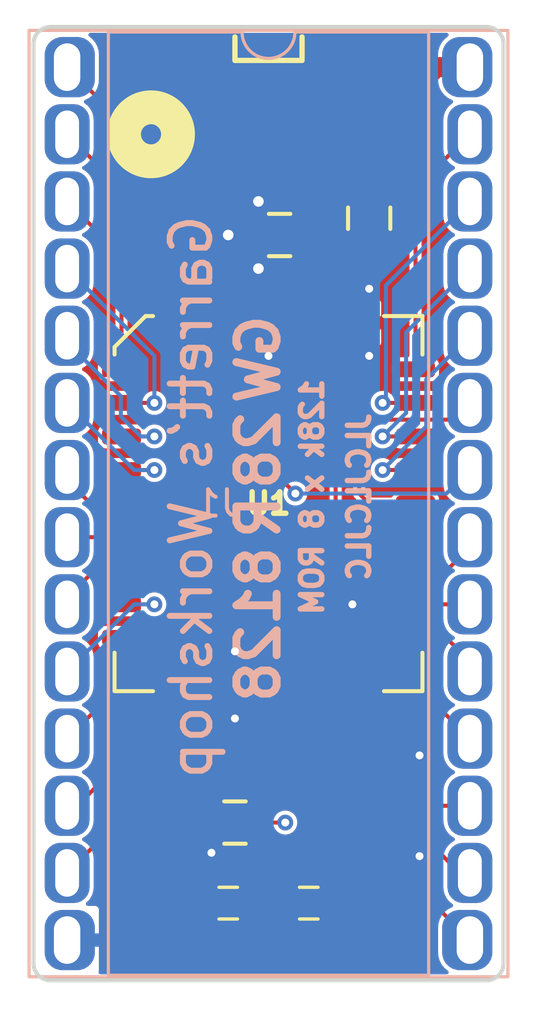
<source format=kicad_pcb>
(kicad_pcb (version 20171130) (host pcbnew "(5.1.5-0-10_14)")

  (general
    (thickness 1.6)
    (drawings 19)
    (tracks 144)
    (zones 0)
    (modules 10)
    (nets 31)
  )

  (page A4)
  (layers
    (0 F.Cu signal)
    (31 B.Cu signal)
    (32 B.Adhes user)
    (33 F.Adhes user)
    (34 B.Paste user)
    (35 F.Paste user)
    (36 B.SilkS user)
    (37 F.SilkS user)
    (38 B.Mask user)
    (39 F.Mask user)
    (40 Dwgs.User user)
    (41 Cmts.User user)
    (42 Eco1.User user)
    (43 Eco2.User user)
    (44 Edge.Cuts user)
    (45 Margin user)
    (46 B.CrtYd user)
    (47 F.CrtYd user)
    (48 B.Fab user)
    (49 F.Fab user)
  )

  (setup
    (last_trace_width 0.1524)
    (user_trace_width 0.2)
    (user_trace_width 0.254)
    (user_trace_width 0.508)
    (user_trace_width 0.762)
    (user_trace_width 1.27)
    (user_trace_width 1.524)
    (trace_clearance 0.1524)
    (zone_clearance 0.1524)
    (zone_45_only no)
    (trace_min 0.1524)
    (via_size 0.6)
    (via_drill 0.3)
    (via_min_size 0.4)
    (via_min_drill 0.3)
    (user_via 0.8 0.4)
    (user_via 1.524 0.762)
    (uvia_size 0.3)
    (uvia_drill 0.1)
    (uvias_allowed no)
    (uvia_min_size 0.2)
    (uvia_min_drill 0.1)
    (edge_width 0.15)
    (segment_width 0.1524)
    (pcb_text_width 0.3)
    (pcb_text_size 1.5 1.5)
    (mod_edge_width 0.15)
    (mod_text_size 1 1)
    (mod_text_width 0.15)
    (pad_size 1.9 2.28)
    (pad_drill 1)
    (pad_to_mask_clearance 0.0762)
    (solder_mask_min_width 0.127)
    (pad_to_paste_clearance -0.0381)
    (aux_axis_origin 0 0)
    (visible_elements FFFFEF7F)
    (pcbplotparams
      (layerselection 0x010f8_ffffffff)
      (usegerberextensions true)
      (usegerberattributes false)
      (usegerberadvancedattributes false)
      (creategerberjobfile false)
      (excludeedgelayer true)
      (linewidth 0.100000)
      (plotframeref false)
      (viasonmask false)
      (mode 1)
      (useauxorigin false)
      (hpglpennumber 1)
      (hpglpenspeed 20)
      (hpglpendiameter 15.000000)
      (psnegative false)
      (psa4output false)
      (plotreference true)
      (plotvalue true)
      (plotinvisibletext false)
      (padsonsilk false)
      (subtractmaskfromsilk true)
      (outputformat 1)
      (mirror false)
      (drillshape 0)
      (scaleselection 1)
      (outputdirectory "gerber/"))
  )

  (net 0 "")
  (net 1 +5V)
  (net 2 GND)
  (net 3 /A4)
  (net 4 /D7)
  (net 5 /D6)
  (net 6 /A8)
  (net 7 /A7)
  (net 8 /A6)
  (net 9 /A5)
  (net 10 /A3)
  (net 11 /A2)
  (net 12 /A1)
  (net 13 /A0)
  (net 14 /A9)
  (net 15 /D1)
  (net 16 /D5)
  (net 17 /D0)
  (net 18 /D2)
  (net 19 /D3)
  (net 20 /D4)
  (net 21 /A10)
  (net 22 /A11)
  (net 23 /A12)
  (net 24 /A13)
  (net 25 /A14)
  (net 26 /A15)
  (net 27 /~OE~)
  (net 28 /A16)
  (net 29 /~CS~)
  (net 30 /~WE~)

  (net_class Default "This is the default net class."
    (clearance 0.1524)
    (trace_width 0.1524)
    (via_dia 0.6)
    (via_drill 0.3)
    (uvia_dia 0.3)
    (uvia_drill 0.1)
    (add_net +5V)
    (add_net /A0)
    (add_net /A1)
    (add_net /A10)
    (add_net /A11)
    (add_net /A12)
    (add_net /A13)
    (add_net /A14)
    (add_net /A15)
    (add_net /A16)
    (add_net /A2)
    (add_net /A3)
    (add_net /A4)
    (add_net /A5)
    (add_net /A6)
    (add_net /A7)
    (add_net /A8)
    (add_net /A9)
    (add_net /D0)
    (add_net /D1)
    (add_net /D2)
    (add_net /D3)
    (add_net /D4)
    (add_net /D5)
    (add_net /D6)
    (add_net /D7)
    (add_net /~CS~)
    (add_net /~OE~)
    (add_net /~WE~)
    (add_net GND)
  )

  (module stdpads:DIP-28_W15.24mm_Socket_Inverse_Forked (layer F.Cu) (tedit 5EC59E9B) (tstamp 5EC5A50F)
    (at 40.64 20.32)
    (descr "28-lead though-hole mounted DIP package, row spacing 15.24 mm (600 mils), Socket, LongPads")
    (tags "THT DIP DIL PDIP 2.54mm 15.24mm 600mil Socket LongPads")
    (path /5DECC3CD)
    (fp_text reference J1 (at 5.715 16.51) (layer B.SilkS)
      (effects (font (size 1 1) (thickness 0.15)) (justify mirror))
    )
    (fp_text value Socket (at 7.62 35.35) (layer F.Fab)
      (effects (font (size 1 1) (thickness 0.15)))
    )
    (fp_arc (start 7.62 -1.33) (end 6.62 -1.33) (angle -180) (layer B.SilkS) (width 0.12))
    (fp_line (start 1.255 -1.27) (end 14.985 -1.27) (layer F.Fab) (width 0.1))
    (fp_line (start 14.985 -1.27) (end 14.985 34.29) (layer F.Fab) (width 0.1))
    (fp_line (start 14.985 34.29) (end 0.255 34.29) (layer F.Fab) (width 0.1))
    (fp_line (start 0.255 34.29) (end 0.255 -0.27) (layer F.Fab) (width 0.1))
    (fp_line (start 0.255 -0.27) (end 1.255 -1.27) (layer F.Fab) (width 0.1))
    (fp_line (start -1.27 -1.33) (end -1.27 34.35) (layer F.Fab) (width 0.1))
    (fp_line (start -1.27 34.35) (end 16.51 34.35) (layer F.Fab) (width 0.1))
    (fp_line (start 16.51 34.35) (end 16.51 -1.33) (layer F.Fab) (width 0.1))
    (fp_line (start 16.51 -1.33) (end -1.27 -1.33) (layer F.Fab) (width 0.1))
    (fp_line (start 6.62 -1.33) (end 1.56 -1.33) (layer B.SilkS) (width 0.12))
    (fp_line (start 1.56 -1.33) (end 1.56 34.35) (layer B.SilkS) (width 0.12))
    (fp_line (start 1.56 34.35) (end 13.68 34.35) (layer B.SilkS) (width 0.12))
    (fp_line (start 13.68 34.35) (end 13.68 -1.33) (layer B.SilkS) (width 0.12))
    (fp_line (start 13.68 -1.33) (end 8.62 -1.33) (layer B.SilkS) (width 0.12))
    (fp_line (start -1.44 -1.39) (end -1.44 34.41) (layer B.SilkS) (width 0.12))
    (fp_line (start -1.44 34.41) (end 16.68 34.41) (layer B.SilkS) (width 0.12))
    (fp_line (start 16.68 34.41) (end 16.68 -1.39) (layer B.SilkS) (width 0.12))
    (fp_line (start 16.68 -1.39) (end -1.44 -1.39) (layer B.SilkS) (width 0.12))
    (fp_line (start -1.55 -1.6) (end -1.55 34.65) (layer B.CrtYd) (width 0.05))
    (fp_line (start -1.55 34.65) (end 16.8 34.65) (layer B.CrtYd) (width 0.05))
    (fp_line (start 16.8 34.65) (end 16.8 -1.6) (layer B.CrtYd) (width 0.05))
    (fp_line (start 16.8 -1.6) (end -1.55 -1.6) (layer B.CrtYd) (width 0.05))
    (fp_text user %R (at 7.62 16.51) (layer F.Fab)
      (effects (font (size 1 1) (thickness 0.15)))
    )
    (pad 1 thru_hole roundrect (at 0 0) (size 1.9 2.28) (drill oval 1 1.8 (offset 0.1 0)) (layers *.Cu *.Mask) (roundrect_rratio 0.35)
      (net 26 /A15))
    (pad 15 thru_hole roundrect (at 15.24 33.02) (size 1.9 2.28) (drill oval 1 1.8 (offset -0.1 0)) (layers *.Cu *.Mask) (roundrect_rratio 0.35)
      (net 19 /D3))
    (pad 2 thru_hole roundrect (at 0 2.54) (size 1.7 2.28) (drill oval 0.9 1.8) (layers *.Cu *.Mask) (roundrect_rratio 0.35)
      (net 23 /A12))
    (pad 16 thru_hole roundrect (at 15.24 30.48) (size 1.7 2.28) (drill oval 0.9 1.8) (layers *.Cu *.Mask) (roundrect_rratio 0.35)
      (net 20 /D4))
    (pad 3 thru_hole roundrect (at 0 5.08) (size 1.7 2.28) (drill oval 0.9 1.8) (layers *.Cu *.Mask) (roundrect_rratio 0.35)
      (net 7 /A7))
    (pad 17 thru_hole roundrect (at 15.24 27.94) (size 1.7 2.28) (drill oval 0.9 1.8) (layers *.Cu *.Mask) (roundrect_rratio 0.35)
      (net 16 /D5))
    (pad 4 thru_hole roundrect (at 0 7.62) (size 1.7 2.28) (drill oval 0.9 1.8) (layers *.Cu *.Mask) (roundrect_rratio 0.35)
      (net 8 /A6))
    (pad 18 thru_hole roundrect (at 15.24 25.4) (size 1.7 2.28) (drill oval 0.9 1.8) (layers *.Cu *.Mask) (roundrect_rratio 0.35)
      (net 5 /D6))
    (pad 5 thru_hole roundrect (at 0 10.16) (size 1.7 2.28) (drill oval 0.9 1.8) (layers *.Cu *.Mask) (roundrect_rratio 0.35)
      (net 9 /A5))
    (pad 19 thru_hole roundrect (at 15.24 22.86) (size 1.7 2.28) (drill oval 0.9 1.8) (layers *.Cu *.Mask) (roundrect_rratio 0.35)
      (net 4 /D7))
    (pad 6 thru_hole roundrect (at 0 12.7) (size 1.7 2.28) (drill oval 0.9 1.8) (layers *.Cu *.Mask) (roundrect_rratio 0.35)
      (net 3 /A4))
    (pad 20 thru_hole roundrect (at 15.24 20.32) (size 1.7 2.28) (drill oval 0.9 1.8) (layers *.Cu *.Mask) (roundrect_rratio 0.35)
      (net 29 /~CS~))
    (pad 7 thru_hole roundrect (at 0 15.24) (size 1.7 2.28) (drill oval 0.9 1.8) (layers *.Cu *.Mask) (roundrect_rratio 0.35)
      (net 10 /A3))
    (pad 21 thru_hole roundrect (at 15.24 17.78) (size 1.7 2.28) (drill oval 0.9 1.8) (layers *.Cu *.Mask) (roundrect_rratio 0.35)
      (net 21 /A10))
    (pad 8 thru_hole roundrect (at 0 17.78) (size 1.7 2.28) (drill oval 0.9 1.8) (layers *.Cu *.Mask) (roundrect_rratio 0.35)
      (net 11 /A2))
    (pad 22 thru_hole roundrect (at 15.24 15.24) (size 1.7 2.28) (drill oval 0.9 1.8) (layers *.Cu *.Mask) (roundrect_rratio 0.35)
      (net 28 /A16))
    (pad 9 thru_hole roundrect (at 0 20.32) (size 1.7 2.28) (drill oval 0.9 1.8) (layers *.Cu *.Mask) (roundrect_rratio 0.35)
      (net 12 /A1))
    (pad 23 thru_hole roundrect (at 15.24 12.7) (size 1.7 2.28) (drill oval 0.9 1.8) (layers *.Cu *.Mask) (roundrect_rratio 0.35)
      (net 22 /A11))
    (pad 10 thru_hole roundrect (at 0 22.86) (size 1.7 2.28) (drill oval 0.9 1.8) (layers *.Cu *.Mask) (roundrect_rratio 0.35)
      (net 13 /A0))
    (pad 24 thru_hole roundrect (at 15.24 10.16) (size 1.7 2.28) (drill oval 0.9 1.8) (layers *.Cu *.Mask) (roundrect_rratio 0.35)
      (net 14 /A9))
    (pad 11 thru_hole roundrect (at 0 25.4) (size 1.7 2.28) (drill oval 0.9 1.8) (layers *.Cu *.Mask) (roundrect_rratio 0.35)
      (net 17 /D0))
    (pad 25 thru_hole roundrect (at 15.24 7.62) (size 1.7 2.28) (drill oval 0.9 1.8) (layers *.Cu *.Mask) (roundrect_rratio 0.35)
      (net 6 /A8))
    (pad 12 thru_hole roundrect (at 0 27.94) (size 1.7 2.28) (drill oval 0.9 1.8) (layers *.Cu *.Mask) (roundrect_rratio 0.35)
      (net 15 /D1))
    (pad 26 thru_hole roundrect (at 15.24 5.08) (size 1.7 2.28) (drill oval 0.9 1.8) (layers *.Cu *.Mask) (roundrect_rratio 0.35)
      (net 24 /A13))
    (pad 13 thru_hole roundrect (at 0 30.48) (size 1.7 2.28) (drill oval 0.9 1.8) (layers *.Cu *.Mask) (roundrect_rratio 0.35)
      (net 18 /D2))
    (pad 27 thru_hole roundrect (at 15.24 2.54) (size 1.7 2.28) (drill oval 0.9 1.8) (layers *.Cu *.Mask) (roundrect_rratio 0.35)
      (net 25 /A14))
    (pad 14 thru_hole roundrect (at 0 33.02) (size 1.9 2.28) (drill oval 1 1.8 (offset 0.1 0)) (layers *.Cu *.Mask) (roundrect_rratio 0.35)
      (net 2 GND))
    (pad 28 thru_hole roundrect (at 15.24 0) (size 1.9 2.28) (drill oval 1 1.8 (offset -0.1 0)) (layers *.Cu *.Mask) (roundrect_rratio 0.35)
      (net 1 +5V))
    (model ${KISYS3DMOD}/Connector_PinHeader_2.54mm.3dshapes/PinHeader_1x14_P2.54mm_Vertical.wrl
      (offset (xyz 0 0 -1.778))
      (scale (xyz 1 1 1))
      (rotate (xyz 0 180 0))
    )
    (model ${KISYS3DMOD}/Connector_PinHeader_2.54mm.3dshapes/PinHeader_1x14_P2.54mm_Vertical.wrl
      (offset (xyz 15.24 0 -1.778))
      (scale (xyz 1 1 1))
      (rotate (xyz 0 180 0))
    )
  )

  (module stdpads:PLCC-32 (layer F.Cu) (tedit 5E892816) (tstamp 5D12FC01)
    (at 48.26 36.83)
    (descr "PLCC, 32 Pin (http://ww1.microchip.com/downloads/en/DeviceDoc/doc0015.pdf), generated with kicad-footprint-generator ipc_plcc_jLead_generator.py")
    (tags "PLCC LCC")
    (path /5E56BC07)
    (attr smd)
    (fp_text reference U1 (at 0 0) (layer F.SilkS)
      (effects (font (size 0.8128 0.8128) (thickness 0.2032)))
    )
    (fp_text value 39SF010 (at 0 1.27) (layer F.Fab)
      (effects (font (size 0.8128 0.8128) (thickness 0.2032)))
    )
    (fp_text user %R (at 0 0) (layer F.Fab)
      (effects (font (size 0.8128 0.8128) (thickness 0.2032)))
    )
    (fp_line (start -6.55 -5.63) (end -6.55 0) (layer F.CrtYd) (width 0.05))
    (fp_line (start -5.96 -5.63) (end -6.55 -5.63) (layer F.CrtYd) (width 0.05))
    (fp_line (start -5.96 -5.95) (end -5.96 -5.63) (layer F.CrtYd) (width 0.05))
    (fp_line (start -4.68 -7.23) (end -5.96 -5.95) (layer F.CrtYd) (width 0.05))
    (fp_line (start -4.36 -7.23) (end -4.68 -7.23) (layer F.CrtYd) (width 0.05))
    (fp_line (start -4.36 -7.82) (end -4.36 -7.23) (layer F.CrtYd) (width 0.05))
    (fp_line (start 0 -7.82) (end -4.36 -7.82) (layer F.CrtYd) (width 0.05))
    (fp_line (start 6.55 5.63) (end 6.55 0) (layer F.CrtYd) (width 0.05))
    (fp_line (start 5.96 5.63) (end 6.55 5.63) (layer F.CrtYd) (width 0.05))
    (fp_line (start 5.96 7.23) (end 5.96 5.63) (layer F.CrtYd) (width 0.05))
    (fp_line (start 4.36 7.23) (end 5.96 7.23) (layer F.CrtYd) (width 0.05))
    (fp_line (start 4.36 7.82) (end 4.36 7.23) (layer F.CrtYd) (width 0.05))
    (fp_line (start 0 7.82) (end 4.36 7.82) (layer F.CrtYd) (width 0.05))
    (fp_line (start -6.55 5.63) (end -6.55 0) (layer F.CrtYd) (width 0.05))
    (fp_line (start -5.96 5.63) (end -6.55 5.63) (layer F.CrtYd) (width 0.05))
    (fp_line (start -5.96 7.23) (end -5.96 5.63) (layer F.CrtYd) (width 0.05))
    (fp_line (start -4.36 7.23) (end -5.96 7.23) (layer F.CrtYd) (width 0.05))
    (fp_line (start -4.36 7.82) (end -4.36 7.23) (layer F.CrtYd) (width 0.05))
    (fp_line (start 0 7.82) (end -4.36 7.82) (layer F.CrtYd) (width 0.05))
    (fp_line (start 6.55 -5.63) (end 6.55 0) (layer F.CrtYd) (width 0.05))
    (fp_line (start 5.96 -5.63) (end 6.55 -5.63) (layer F.CrtYd) (width 0.05))
    (fp_line (start 5.96 -7.23) (end 5.96 -5.63) (layer F.CrtYd) (width 0.05))
    (fp_line (start 4.36 -7.23) (end 5.96 -7.23) (layer F.CrtYd) (width 0.05))
    (fp_line (start 4.36 -7.82) (end 4.36 -7.23) (layer F.CrtYd) (width 0.05))
    (fp_line (start 0 -7.82) (end 4.36 -7.82) (layer F.CrtYd) (width 0.05))
    (fp_line (start -0.5 -6.985) (end 0 -6.277893) (layer F.Fab) (width 0.1))
    (fp_line (start -4.575 -6.985) (end -0.5 -6.985) (layer F.Fab) (width 0.1))
    (fp_line (start -5.715 -5.845) (end -4.575 -6.985) (layer F.Fab) (width 0.1))
    (fp_line (start -5.715 6.985) (end -5.715 -5.845) (layer F.Fab) (width 0.1))
    (fp_line (start 5.715 6.985) (end -5.715 6.985) (layer F.Fab) (width 0.1))
    (fp_line (start 5.715 -6.985) (end 5.715 6.985) (layer F.Fab) (width 0.1))
    (fp_line (start 0.5 -6.985) (end 5.715 -6.985) (layer F.Fab) (width 0.1))
    (fp_line (start 0 -6.277893) (end 0.5 -6.985) (layer F.Fab) (width 0.1))
    (fp_line (start -5.825 -5.922782) (end -5.825 -5.64) (layer F.SilkS) (width 0.1524))
    (fp_line (start -4.652782 -7.095) (end -5.825 -5.922782) (layer F.SilkS) (width 0.1524))
    (fp_line (start -4.37 -7.095) (end -4.652782 -7.095) (layer F.SilkS) (width 0.1524))
    (fp_line (start 5.825 7.095) (end 5.825 5.64) (layer F.SilkS) (width 0.1524))
    (fp_line (start 4.37 7.095) (end 5.825 7.095) (layer F.SilkS) (width 0.1524))
    (fp_line (start -5.825 7.095) (end -5.825 5.64) (layer F.SilkS) (width 0.1524))
    (fp_line (start -4.37 7.095) (end -5.825 7.095) (layer F.SilkS) (width 0.1524))
    (fp_line (start 5.825 -7.095) (end 5.825 -5.64) (layer F.SilkS) (width 0.1524))
    (fp_line (start 4.37 -7.095) (end 5.825 -7.095) (layer F.SilkS) (width 0.1524))
    (pad 32 smd roundrect (at 1.27 -6.8375) (size 0.6 1.475) (layers F.Cu F.Paste F.Mask) (roundrect_rratio 0.25)
      (net 1 +5V))
    (pad 31 smd roundrect (at 2.54 -6.8375) (size 0.6 1.475) (layers F.Cu F.Paste F.Mask) (roundrect_rratio 0.25)
      (net 30 /~WE~))
    (pad 30 smd roundrect (at 3.81 -6.8375) (size 0.6 1.475) (layers F.Cu F.Paste F.Mask) (roundrect_rratio 0.25)
      (net 2 GND))
    (pad 29 smd roundrect (at 5.5625 -5.08) (size 1.475 0.6) (layers F.Cu F.Paste F.Mask) (roundrect_rratio 0.25)
      (net 25 /A14))
    (pad 28 smd roundrect (at 5.5625 -3.81) (size 1.475 0.6) (layers F.Cu F.Paste F.Mask) (roundrect_rratio 0.25)
      (net 24 /A13))
    (pad 27 smd roundrect (at 5.5625 -2.54) (size 1.475 0.6) (layers F.Cu F.Paste F.Mask) (roundrect_rratio 0.25)
      (net 6 /A8))
    (pad 26 smd roundrect (at 5.5625 -1.27) (size 1.475 0.6) (layers F.Cu F.Paste F.Mask) (roundrect_rratio 0.25)
      (net 14 /A9))
    (pad 25 smd roundrect (at 5.5625 0) (size 1.475 0.6) (layers F.Cu F.Paste F.Mask) (roundrect_rratio 0.25)
      (net 22 /A11))
    (pad 24 smd roundrect (at 5.5625 1.27) (size 1.475 0.6) (layers F.Cu F.Paste F.Mask) (roundrect_rratio 0.25)
      (net 27 /~OE~))
    (pad 23 smd roundrect (at 5.5625 2.54) (size 1.475 0.6) (layers F.Cu F.Paste F.Mask) (roundrect_rratio 0.25)
      (net 21 /A10))
    (pad 22 smd roundrect (at 5.5625 3.81) (size 1.475 0.6) (layers F.Cu F.Paste F.Mask) (roundrect_rratio 0.25)
      (net 29 /~CS~))
    (pad 21 smd roundrect (at 5.5625 5.08) (size 1.475 0.6) (layers F.Cu F.Paste F.Mask) (roundrect_rratio 0.25)
      (net 4 /D7))
    (pad 20 smd roundrect (at 3.81 6.8375) (size 0.6 1.475) (layers F.Cu F.Paste F.Mask) (roundrect_rratio 0.25)
      (net 5 /D6))
    (pad 19 smd roundrect (at 2.54 6.8375) (size 0.6 1.475) (layers F.Cu F.Paste F.Mask) (roundrect_rratio 0.25)
      (net 16 /D5))
    (pad 18 smd roundrect (at 1.27 6.8375) (size 0.6 1.475) (layers F.Cu F.Paste F.Mask) (roundrect_rratio 0.25)
      (net 20 /D4))
    (pad 17 smd roundrect (at 0 6.8375) (size 0.6 1.475) (layers F.Cu F.Paste F.Mask) (roundrect_rratio 0.25)
      (net 19 /D3))
    (pad 16 smd roundrect (at -1.27 6.8375) (size 0.6 1.475) (layers F.Cu F.Paste F.Mask) (roundrect_rratio 0.25)
      (net 2 GND))
    (pad 15 smd roundrect (at -2.54 6.8375) (size 0.6 1.475) (layers F.Cu F.Paste F.Mask) (roundrect_rratio 0.25)
      (net 18 /D2))
    (pad 14 smd roundrect (at -3.81 6.8375) (size 0.6 1.475) (layers F.Cu F.Paste F.Mask) (roundrect_rratio 0.25)
      (net 15 /D1))
    (pad 13 smd roundrect (at -5.5625 5.08) (size 1.475 0.6) (layers F.Cu F.Paste F.Mask) (roundrect_rratio 0.25)
      (net 17 /D0))
    (pad 12 smd roundrect (at -5.5625 3.81) (size 1.475 0.6) (layers F.Cu F.Paste F.Mask) (roundrect_rratio 0.25)
      (net 13 /A0))
    (pad 11 smd roundrect (at -5.5625 2.54) (size 1.475 0.6) (layers F.Cu F.Paste F.Mask) (roundrect_rratio 0.25)
      (net 12 /A1))
    (pad 10 smd roundrect (at -5.5625 1.27) (size 1.475 0.6) (layers F.Cu F.Paste F.Mask) (roundrect_rratio 0.25)
      (net 11 /A2))
    (pad 9 smd roundrect (at -5.5625 0) (size 1.475 0.6) (layers F.Cu F.Paste F.Mask) (roundrect_rratio 0.25)
      (net 10 /A3))
    (pad 8 smd roundrect (at -5.5625 -1.27) (size 1.475 0.6) (layers F.Cu F.Paste F.Mask) (roundrect_rratio 0.25)
      (net 3 /A4))
    (pad 7 smd roundrect (at -5.5625 -2.54) (size 1.475 0.6) (layers F.Cu F.Paste F.Mask) (roundrect_rratio 0.25)
      (net 9 /A5))
    (pad 6 smd roundrect (at -5.5625 -3.81) (size 1.475 0.6) (layers F.Cu F.Paste F.Mask) (roundrect_rratio 0.25)
      (net 8 /A6))
    (pad 5 smd roundrect (at -5.5625 -5.08) (size 1.475 0.6) (layers F.Cu F.Paste F.Mask) (roundrect_rratio 0.25)
      (net 7 /A7))
    (pad 4 smd roundrect (at -3.81 -6.8375) (size 0.6 1.475) (layers F.Cu F.Paste F.Mask) (roundrect_rratio 0.25)
      (net 23 /A12))
    (pad 3 smd roundrect (at -2.54 -6.8375) (size 0.6 1.475) (layers F.Cu F.Paste F.Mask) (roundrect_rratio 0.25)
      (net 26 /A15))
    (pad 2 smd roundrect (at -1.27 -6.8375) (size 0.6 1.475) (layers F.Cu F.Paste F.Mask) (roundrect_rratio 0.25)
      (net 28 /A16))
    (pad 1 smd roundrect (at 0 -6.8375) (size 0.6 1.475) (layers F.Cu F.Paste F.Mask) (roundrect_rratio 0.25)
      (net 2 GND))
    (model ${KIPRJMOD}/../stdpads.3dshapes/PLCC-32.wrl
      (at (xyz 0 0 0))
      (scale (xyz 1 1 1))
      (rotate (xyz 0 0 180))
    )
  )

  (module stdpads:Fiducial (layer F.Cu) (tedit 5CFD71CD) (tstamp 5D30EF0C)
    (at 43.18 53.34)
    (descr "Circular Fiducial, 1mm bare copper top; 2mm keepout (Level A)")
    (tags marker)
    (path /5D319ED4)
    (attr smd)
    (fp_text reference FID2 (at 0 -1.6) (layer F.SilkS) hide
      (effects (font (size 0.508 0.508) (thickness 0.127)))
    )
    (fp_text value Fiducial (at 0 1.651) (layer F.Fab) hide
      (effects (font (size 0.508 0.508) (thickness 0.127)))
    )
    (fp_circle (center 0 0) (end 1 0) (layer F.Fab) (width 0.1))
    (fp_text user %R (at 0 0) (layer F.Fab)
      (effects (font (size 0.4 0.4) (thickness 0.06)))
    )
    (fp_circle (center 0 0) (end 1.25 0) (layer F.CrtYd) (width 0.05))
    (pad ~ smd circle (at 0 0) (size 1 1) (layers F.Cu F.Mask)
      (solder_mask_margin 0.5) (clearance 0.575))
  )

  (module stdpads:Fiducial (layer F.Cu) (tedit 5CFD71CD) (tstamp 5D13489F)
    (at 53.34 53.34)
    (descr "Circular Fiducial, 1mm bare copper top; 2mm keepout (Level A)")
    (tags marker)
    (path /5D319F51)
    (attr smd)
    (fp_text reference FID3 (at 0 -1.6) (layer F.SilkS) hide
      (effects (font (size 0.508 0.508) (thickness 0.127)))
    )
    (fp_text value Fiducial (at 0 1.651) (layer F.Fab) hide
      (effects (font (size 0.508 0.508) (thickness 0.127)))
    )
    (fp_circle (center 0 0) (end 1.25 0) (layer F.CrtYd) (width 0.05))
    (fp_text user %R (at 0 0) (layer F.Fab)
      (effects (font (size 0.4 0.4) (thickness 0.06)))
    )
    (fp_circle (center 0 0) (end 1 0) (layer F.Fab) (width 0.1))
    (pad ~ smd circle (at 0 0) (size 1 1) (layers F.Cu F.Mask)
      (solder_mask_margin 0.5) (clearance 0.575))
  )

  (module stdpads:Fiducial (layer F.Cu) (tedit 5CFD71CD) (tstamp 5D134897)
    (at 43.18 20.32)
    (descr "Circular Fiducial, 1mm bare copper top; 2mm keepout (Level A)")
    (tags marker)
    (path /5D319AF4)
    (attr smd)
    (fp_text reference FID1 (at 0 -1.6) (layer F.SilkS) hide
      (effects (font (size 0.508 0.508) (thickness 0.127)))
    )
    (fp_text value Fiducial (at 0 1.651) (layer F.Fab) hide
      (effects (font (size 0.508 0.508) (thickness 0.127)))
    )
    (fp_circle (center 0 0) (end 1.25 0) (layer F.CrtYd) (width 0.05))
    (fp_text user %R (at 0 0) (layer F.Fab)
      (effects (font (size 0.4 0.4) (thickness 0.06)))
    )
    (fp_circle (center 0 0) (end 1 0) (layer F.Fab) (width 0.1))
    (pad ~ smd circle (at 0 0) (size 1 1) (layers F.Cu F.Mask)
      (solder_mask_margin 0.5) (clearance 0.575))
  )

  (module stdpads:R_0805 (layer F.Cu) (tedit 5CC267AA) (tstamp 5D30E8B8)
    (at 52.07 26.035 270)
    (tags resistor)
    (path /5D31EA5F)
    (attr smd)
    (fp_text reference R2 (at 0 -1.5 90) (layer F.SilkS) hide
      (effects (font (size 0.8128 0.8128) (thickness 0.1524)))
    )
    (fp_text value 22k (at 0 0.889 90) (layer F.Fab) hide
      (effects (font (size 0.127 0.127) (thickness 0.03175)))
    )
    (fp_text user %R (at 0 0) (layer F.Fab)
      (effects (font (size 0.254 0.254) (thickness 0.0635)))
    )
    (fp_line (start 1.7 1) (end -1.7 1) (layer F.CrtYd) (width 0.05))
    (fp_line (start 1.7 -1) (end 1.7 1) (layer F.CrtYd) (width 0.05))
    (fp_line (start -1.7 -1) (end 1.7 -1) (layer F.CrtYd) (width 0.05))
    (fp_line (start -1.7 1) (end -1.7 -1) (layer F.CrtYd) (width 0.05))
    (fp_line (start -0.4064 0.8) (end 0.4064 0.8) (layer F.SilkS) (width 0.1524))
    (fp_line (start -0.4064 -0.8) (end 0.4064 -0.8) (layer F.SilkS) (width 0.1524))
    (fp_line (start 1 0.625) (end -1 0.625) (layer F.Fab) (width 0.1))
    (fp_line (start 1 -0.625) (end 1 0.625) (layer F.Fab) (width 0.1))
    (fp_line (start -1 -0.625) (end 1 -0.625) (layer F.Fab) (width 0.1))
    (fp_line (start -1 0.625) (end -1 -0.625) (layer F.Fab) (width 0.1))
    (pad 2 smd roundrect (at 0.95 0 270) (size 0.85 1.4) (layers F.Cu F.Paste F.Mask) (roundrect_rratio 0.25)
      (net 30 /~WE~))
    (pad 1 smd roundrect (at -0.95 0 270) (size 0.85 1.4) (layers F.Cu F.Paste F.Mask) (roundrect_rratio 0.25)
      (net 1 +5V))
    (model ${KISYS3DMOD}/Resistor_SMD.3dshapes/R_0805_2012Metric.wrl
      (at (xyz 0 0 0))
      (scale (xyz 1 1 1))
      (rotate (xyz 0 0 0))
    )
  )

  (module stdpads:C_0805 (layer F.Cu) (tedit 5CC26793) (tstamp 5D13487E)
    (at 48.68 26.67 180)
    (tags capacitor)
    (path /5D136B08)
    (attr smd)
    (fp_text reference C1 (at 0 -1.5) (layer F.SilkS) hide
      (effects (font (size 0.8128 0.8128) (thickness 0.1524)))
    )
    (fp_text value 100n (at 0 0.9) (layer F.Fab) hide
      (effects (font (size 0.127 0.127) (thickness 0.03175)))
    )
    (fp_line (start -1 0.625) (end -1 -0.625) (layer F.Fab) (width 0.15))
    (fp_line (start -1 -0.625) (end 1 -0.625) (layer F.Fab) (width 0.15))
    (fp_line (start 1 -0.625) (end 1 0.625) (layer F.Fab) (width 0.15))
    (fp_line (start 1 0.625) (end -1 0.625) (layer F.Fab) (width 0.15))
    (fp_line (start -0.4064 -0.8) (end 0.4064 -0.8) (layer F.SilkS) (width 0.1524))
    (fp_line (start -0.4064 0.8) (end 0.4064 0.8) (layer F.SilkS) (width 0.1524))
    (fp_line (start -1.7 1) (end -1.7 -1) (layer F.CrtYd) (width 0.05))
    (fp_line (start -1.7 -1) (end 1.7 -1) (layer F.CrtYd) (width 0.05))
    (fp_line (start 1.7 -1) (end 1.7 1) (layer F.CrtYd) (width 0.05))
    (fp_line (start 1.7 1) (end -1.7 1) (layer F.CrtYd) (width 0.05))
    (fp_text user %R (at 0 0 90) (layer F.Fab)
      (effects (font (size 0.254 0.254) (thickness 0.0635)))
    )
    (pad 1 smd roundrect (at -0.85 0 180) (size 1.05 1.4) (layers F.Cu F.Paste F.Mask) (roundrect_rratio 0.25)
      (net 1 +5V))
    (pad 2 smd roundrect (at 0.85 0 180) (size 1.05 1.4) (layers F.Cu F.Paste F.Mask) (roundrect_rratio 0.25)
      (net 2 GND))
    (model ${KISYS3DMOD}/Capacitor_SMD.3dshapes/C_0805_2012Metric.wrl
      (at (xyz 0 0 0))
      (scale (xyz 1 1 1))
      (rotate (xyz 0 0 0))
    )
  )

  (module stdpads:R_0805 (layer F.Cu) (tedit 5CC267AA) (tstamp 5D30E225)
    (at 46.99 48.895 180)
    (tags resistor)
    (path /5D3208E4)
    (attr smd)
    (fp_text reference R1 (at 0 -1.5) (layer F.SilkS) hide
      (effects (font (size 0.8128 0.8128) (thickness 0.1524)))
    )
    (fp_text value 22k (at 0 0.889) (layer F.Fab) hide
      (effects (font (size 0.127 0.127) (thickness 0.03175)))
    )
    (fp_line (start -1 0.625) (end -1 -0.625) (layer F.Fab) (width 0.1))
    (fp_line (start -1 -0.625) (end 1 -0.625) (layer F.Fab) (width 0.1))
    (fp_line (start 1 -0.625) (end 1 0.625) (layer F.Fab) (width 0.1))
    (fp_line (start 1 0.625) (end -1 0.625) (layer F.Fab) (width 0.1))
    (fp_line (start -0.4064 -0.8) (end 0.4064 -0.8) (layer F.SilkS) (width 0.1524))
    (fp_line (start -0.4064 0.8) (end 0.4064 0.8) (layer F.SilkS) (width 0.1524))
    (fp_line (start -1.7 1) (end -1.7 -1) (layer F.CrtYd) (width 0.05))
    (fp_line (start -1.7 -1) (end 1.7 -1) (layer F.CrtYd) (width 0.05))
    (fp_line (start 1.7 -1) (end 1.7 1) (layer F.CrtYd) (width 0.05))
    (fp_line (start 1.7 1) (end -1.7 1) (layer F.CrtYd) (width 0.05))
    (fp_text user %R (at 0 0 90) (layer F.Fab)
      (effects (font (size 0.254 0.254) (thickness 0.0635)))
    )
    (pad 1 smd roundrect (at -0.95 0 180) (size 0.85 1.4) (layers F.Cu F.Paste F.Mask) (roundrect_rratio 0.25)
      (net 27 /~OE~))
    (pad 2 smd roundrect (at 0.95 0 180) (size 0.85 1.4) (layers F.Cu F.Paste F.Mask) (roundrect_rratio 0.25)
      (net 2 GND))
    (model ${KISYS3DMOD}/Resistor_SMD.3dshapes/R_0805_2012Metric.wrl
      (at (xyz 0 0 0))
      (scale (xyz 1 1 1))
      (rotate (xyz 0 0 0))
    )
  )

  (module stdpads:Tyco_RCU_0603_Paste (layer F.Cu) (tedit 5E914329) (tstamp 5EC5A9DA)
    (at 49.784 51.943)
    (tags "Tyco RCU 0603")
    (path /5EC596B7)
    (attr smd)
    (fp_text reference TP1 (at 0 0) (layer F.Fab)
      (effects (font (size 0.254 0.254) (thickness 0.0635)))
    )
    (fp_text value ~OE~ (at 0 1.905) (layer F.Fab)
      (effects (font (size 0.8128 0.8128) (thickness 0.2032)))
    )
    (fp_line (start 0.35 0.6) (end -0.35 0.6) (layer F.SilkS) (width 0.127))
    (fp_line (start -0.35 -0.6) (end 0.35 -0.6) (layer F.SilkS) (width 0.127))
    (fp_line (start 1.45 -0.75) (end 1.45 0.75) (layer F.CrtYd) (width 0.05))
    (fp_line (start -1.45 -0.75) (end -1.45 0.75) (layer F.CrtYd) (width 0.05))
    (fp_line (start -1.45 0.75) (end 1.45 0.75) (layer F.CrtYd) (width 0.05))
    (fp_line (start -1.45 -0.75) (end 1.45 -0.75) (layer F.CrtYd) (width 0.05))
    (fp_line (start -0.8 -0.4) (end 0.8 -0.4) (layer F.Fab) (width 0.05))
    (fp_line (start 0.8 -0.4) (end 0.8 0.4) (layer F.Fab) (width 0.05))
    (fp_line (start 0.8 0.4) (end -0.8 0.4) (layer F.Fab) (width 0.05))
    (fp_line (start -0.8 0.4) (end -0.8 -0.4) (layer F.Fab) (width 0.05))
    (pad 1 smd rect (at 0 0) (size 1.7 0.9) (layers F.Cu F.Paste F.Mask)
      (net 27 /~OE~))
    (model ${KISYS3DMOD}/TestPoint.3dshapes/TestPoint_Bridge_Pitch7.62mm_Drill1.3mm.wrl
      (offset (xyz -0.6834 0 0))
      (scale (xyz 0.18 0.62 0.09))
      (rotate (xyz 0 0 0))
    )
  )

  (module stdpads:Tyco_RCU_0603_Paste (layer F.Cu) (tedit 5E914329) (tstamp 5EC5C02C)
    (at 46.736 51.943)
    (tags "Tyco RCU 0603")
    (path /5EC59B6C)
    (attr smd)
    (fp_text reference TP2 (at 0 0) (layer F.Fab)
      (effects (font (size 0.254 0.254) (thickness 0.0635)))
    )
    (fp_text value ~WE~ (at 0 1.905) (layer F.Fab)
      (effects (font (size 0.8128 0.8128) (thickness 0.2032)))
    )
    (fp_line (start -0.8 0.4) (end -0.8 -0.4) (layer F.Fab) (width 0.05))
    (fp_line (start 0.8 0.4) (end -0.8 0.4) (layer F.Fab) (width 0.05))
    (fp_line (start 0.8 -0.4) (end 0.8 0.4) (layer F.Fab) (width 0.05))
    (fp_line (start -0.8 -0.4) (end 0.8 -0.4) (layer F.Fab) (width 0.05))
    (fp_line (start -1.45 -0.75) (end 1.45 -0.75) (layer F.CrtYd) (width 0.05))
    (fp_line (start -1.45 0.75) (end 1.45 0.75) (layer F.CrtYd) (width 0.05))
    (fp_line (start -1.45 -0.75) (end -1.45 0.75) (layer F.CrtYd) (width 0.05))
    (fp_line (start 1.45 -0.75) (end 1.45 0.75) (layer F.CrtYd) (width 0.05))
    (fp_line (start -0.35 -0.6) (end 0.35 -0.6) (layer F.SilkS) (width 0.127))
    (fp_line (start 0.35 0.6) (end -0.35 0.6) (layer F.SilkS) (width 0.127))
    (pad 1 smd rect (at 0 0) (size 1.7 0.9) (layers F.Cu F.Paste F.Mask)
      (net 30 /~WE~))
    (model ${KISYS3DMOD}/TestPoint.3dshapes/TestPoint_Bridge_Pitch7.62mm_Drill1.3mm.wrl
      (offset (xyz -0.6834 0 0))
      (scale (xyz 0.18 0.62 0.09))
      (rotate (xyz 0 0 0))
    )
  )

  (gr_line (start 46.99 20.066) (end 49.53 20.066) (layer F.SilkS) (width 0.2))
  (gr_line (start 46.99 19.177) (end 46.99 20.066) (layer F.SilkS) (width 0.2))
  (gr_line (start 49.53 20.066) (end 49.53 19.177) (layer F.SilkS) (width 0.2))
  (gr_arc (start 40.005 54.229) (end 39.37 54.229) (angle -90) (layer Edge.Cuts) (width 0.15) (tstamp 5DECE0A7))
  (gr_arc (start 56.515 54.229) (end 56.515 54.864) (angle -90) (layer Edge.Cuts) (width 0.15) (tstamp 5DECDFC0))
  (gr_arc (start 56.515 19.431) (end 57.15 19.431) (angle -90) (layer Edge.Cuts) (width 0.15) (tstamp 5DECDE9D))
  (gr_arc (start 40.005 19.431) (end 40.005 18.796) (angle -90) (layer Edge.Cuts) (width 0.15) (tstamp 5D347157))
  (gr_text JLCJLCJLC (at 51.689 36.576 90) (layer B.SilkS)
    (effects (font (size 0.8128 0.8128) (thickness 0.2032)) (justify mirror))
  )
  (gr_text "128k x 8 ROM" (at 49.911 36.576 90) (layer B.SilkS) (tstamp 5D130759)
    (effects (font (size 0.8128 0.8128) (thickness 0.2032)) (justify mirror))
  )
  (gr_circle (center 43.815 22.86) (end 44.196 22.86) (layer F.SilkS) (width 1.28))
  (gr_text 8128 (at 47.879 41.402 90) (layer B.SilkS) (tstamp 5D12F927)
    (effects (font (size 1.524 1.524) (thickness 0.3)) (justify mirror))
  )
  (gr_text R (at 47.879 37.338 90) (layer B.SilkS) (tstamp 5D12F91E)
    (effects (font (size 1.524 1.524) (thickness 0.3)) (justify mirror))
  )
  (gr_text 28 (at 47.879 34.798 90) (layer B.SilkS) (tstamp 5D12F91B)
    (effects (font (size 1.524 1.524) (thickness 0.3)) (justify mirror))
  )
  (gr_text GW (at 47.879 31.369 90) (layer B.SilkS) (tstamp 5D12F918)
    (effects (font (size 1.524 1.524) (thickness 0.3)) (justify mirror))
  )
  (gr_text "Garrett’s Workshop" (at 45.339 36.576 90) (layer B.SilkS) (tstamp 5D12F589)
    (effects (font (size 1.5 1.5) (thickness 0.225)) (justify mirror))
  )
  (gr_line (start 39.37 54.229) (end 39.37 19.431) (layer Edge.Cuts) (width 0.15) (tstamp 5DECD9B9))
  (gr_line (start 56.515 54.864) (end 40.005 54.864) (layer Edge.Cuts) (width 0.15))
  (gr_line (start 57.15 19.431) (end 57.15 54.229) (layer Edge.Cuts) (width 0.15))
  (gr_line (start 40.005 18.796) (end 56.515 18.796) (layer Edge.Cuts) (width 0.15))

  (segment (start 49.53 29.9925) (end 49.53 26.67) (width 0.508) (layer F.Cu) (net 1))
  (segment (start 49.53 26.67) (end 49.53 25.4) (width 0.762) (layer F.Cu) (net 1))
  (segment (start 54.61 20.32) (end 55.88 20.32) (width 0.762) (layer F.Cu) (net 1))
  (segment (start 52.07 23.495) (end 52.07 22.86) (width 0.762) (layer F.Cu) (net 1))
  (segment (start 54.61 20.32) (end 52.07 22.86) (width 0.762) (layer F.Cu) (net 1))
  (segment (start 51.2445 23.6855) (end 51.7525 23.6855) (width 0.762) (layer F.Cu) (net 1))
  (segment (start 51.2445 23.6855) (end 52.07 22.86) (width 0.762) (layer F.Cu) (net 1))
  (segment (start 49.53 25.4) (end 51.2445 23.6855) (width 0.762) (layer F.Cu) (net 1))
  (segment (start 51.7525 23.6855) (end 52.07 24.003) (width 0.762) (layer F.Cu) (net 1))
  (segment (start 52.07 24.003) (end 52.07 23.495) (width 0.762) (layer F.Cu) (net 1))
  (segment (start 52.07 25.085) (end 52.07 24.003) (width 0.762) (layer F.Cu) (net 1))
  (via (at 47.879 25.4) (size 0.8) (drill 0.4) (layers F.Cu B.Cu) (net 2))
  (segment (start 47.83 25.449) (end 47.879 25.4) (width 0.762) (layer F.Cu) (net 2))
  (segment (start 47.83 26.67) (end 47.83 25.449) (width 0.762) (layer F.Cu) (net 2))
  (via (at 46.736 26.67) (size 0.8) (drill 0.4) (layers F.Cu B.Cu) (net 2))
  (segment (start 47.83 26.67) (end 46.736 26.67) (width 0.762) (layer F.Cu) (net 2))
  (via (at 47.879 27.94) (size 0.8) (drill 0.4) (layers F.Cu B.Cu) (net 2))
  (segment (start 47.83 27.891) (end 47.879 27.94) (width 0.762) (layer F.Cu) (net 2))
  (segment (start 47.83 26.67) (end 47.83 27.891) (width 0.762) (layer F.Cu) (net 2))
  (via (at 46.99 42.418) (size 0.6) (drill 0.3) (layers F.Cu B.Cu) (net 2))
  (segment (start 46.99 43.6675) (end 46.99 42.418) (width 0.508) (layer F.Cu) (net 2))
  (via (at 46.99 44.958) (size 0.6) (drill 0.3) (layers F.Cu B.Cu) (net 2))
  (segment (start 46.99 43.6675) (end 46.99 44.958) (width 0.508) (layer F.Cu) (net 2))
  (via (at 48.26 31.242) (size 0.6) (drill 0.3) (layers F.Cu B.Cu) (net 2))
  (segment (start 48.26 29.9925) (end 48.26 31.242) (width 0.508) (layer F.Cu) (net 2))
  (via (at 52.07 31.242) (size 0.6) (drill 0.3) (layers F.Cu B.Cu) (net 2))
  (segment (start 52.07 29.9925) (end 52.07 31.242) (width 0.508) (layer F.Cu) (net 2))
  (via (at 52.07 28.702) (size 0.6) (drill 0.3) (layers F.Cu B.Cu) (net 2))
  (segment (start 52.07 29.9925) (end 52.07 28.702) (width 0.508) (layer F.Cu) (net 2))
  (via (at 53.975 50.165) (size 0.6) (drill 0.3) (layers F.Cu B.Cu) (net 2) (tstamp 5DEC8B83))
  (via (at 53.975 46.355) (size 0.6) (drill 0.3) (layers F.Cu B.Cu) (net 2) (tstamp 5DEC8B89))
  (via (at 51.435 40.64) (size 0.6) (drill 0.3) (layers F.Cu B.Cu) (net 2) (tstamp 5DEC8B8B))
  (segment (start 46.04 49.977) (end 46.101 50.038) (width 0.1524) (layer F.Cu) (net 2))
  (via (at 46.101 50.038) (size 0.6) (drill 0.3) (layers F.Cu B.Cu) (net 2))
  (segment (start 46.04 48.895) (end 46.04 49.977) (width 0.1524) (layer F.Cu) (net 2))
  (via (at 43.942 35.56) (size 0.6) (drill 0.3) (layers F.Cu B.Cu) (net 3))
  (segment (start 42.6975 35.56) (end 43.942 35.56) (width 0.1524) (layer F.Cu) (net 3))
  (segment (start 43.18 35.56) (end 43.942 35.56) (width 0.1524) (layer B.Cu) (net 3))
  (segment (start 40.64 33.02) (end 43.18 35.56) (width 0.1524) (layer B.Cu) (net 3))
  (segment (start 53.8225 41.91) (end 54.991 41.91) (width 0.1524) (layer F.Cu) (net 4))
  (segment (start 55.88 42.799) (end 55.88 43.18) (width 0.1524) (layer F.Cu) (net 4))
  (segment (start 54.991 41.91) (end 55.88 42.799) (width 0.1524) (layer F.Cu) (net 4))
  (segment (start 53.8275 43.6675) (end 55.88 45.72) (width 0.1524) (layer F.Cu) (net 5))
  (segment (start 52.07 43.6675) (end 53.8275 43.6675) (width 0.1524) (layer F.Cu) (net 5))
  (via (at 52.578 34.29) (size 0.6) (drill 0.3) (layers F.Cu B.Cu) (net 6))
  (segment (start 53.8225 34.29) (end 52.578 34.29) (width 0.1524) (layer F.Cu) (net 6))
  (segment (start 53.467 30.353) (end 55.88 27.94) (width 0.1524) (layer B.Cu) (net 6))
  (segment (start 53.467 33.401) (end 53.467 30.353) (width 0.1524) (layer B.Cu) (net 6))
  (segment (start 52.578 34.29) (end 53.467 33.401) (width 0.1524) (layer B.Cu) (net 6))
  (segment (start 42.6975 27.4575) (end 40.64 25.4) (width 0.1524) (layer F.Cu) (net 7))
  (segment (start 42.6975 31.75) (end 42.6975 27.4575) (width 0.1524) (layer F.Cu) (net 7))
  (via (at 43.942 33.02) (size 0.6) (drill 0.3) (layers F.Cu B.Cu) (net 8))
  (segment (start 42.6975 33.02) (end 43.942 33.02) (width 0.1524) (layer F.Cu) (net 8))
  (segment (start 43.942 31.242) (end 43.942 33.02) (width 0.1524) (layer B.Cu) (net 8))
  (segment (start 40.64 27.94) (end 43.942 31.242) (width 0.1524) (layer B.Cu) (net 8))
  (via (at 43.942 34.29) (size 0.6) (drill 0.3) (layers F.Cu B.Cu) (net 9))
  (segment (start 42.6975 34.29) (end 43.942 34.29) (width 0.1524) (layer F.Cu) (net 9))
  (segment (start 40.64 30.734) (end 42.672 32.766) (width 0.1524) (layer B.Cu) (net 9))
  (segment (start 42.672 33.528) (end 43.434 34.29) (width 0.1524) (layer B.Cu) (net 9))
  (segment (start 43.434 34.29) (end 43.942 34.29) (width 0.1524) (layer B.Cu) (net 9))
  (segment (start 42.672 32.766) (end 42.672 33.528) (width 0.1524) (layer B.Cu) (net 9))
  (segment (start 40.64 30.48) (end 40.64 30.734) (width 0.1524) (layer B.Cu) (net 9))
  (segment (start 42.6975 36.83) (end 41.529 36.83) (width 0.1524) (layer F.Cu) (net 10))
  (segment (start 40.64 35.941) (end 40.64 35.56) (width 0.1524) (layer F.Cu) (net 10))
  (segment (start 41.529 36.83) (end 40.64 35.941) (width 0.1524) (layer F.Cu) (net 10))
  (segment (start 40.64 38.1) (end 42.6975 38.1) (width 0.1524) (layer F.Cu) (net 11))
  (segment (start 42.6975 39.37) (end 41.656 39.37) (width 0.1524) (layer F.Cu) (net 12))
  (segment (start 40.64 40.386) (end 40.64 40.64) (width 0.1524) (layer F.Cu) (net 12))
  (segment (start 41.656 39.37) (end 40.64 40.386) (width 0.1524) (layer F.Cu) (net 12))
  (via (at 43.942 40.64) (size 0.6) (drill 0.3) (layers F.Cu B.Cu) (net 13))
  (segment (start 42.6975 40.64) (end 43.942 40.64) (width 0.1524) (layer F.Cu) (net 13))
  (segment (start 43.18 40.64) (end 40.64 43.18) (width 0.1524) (layer B.Cu) (net 13))
  (segment (start 43.942 40.64) (end 43.18 40.64) (width 0.1524) (layer B.Cu) (net 13))
  (via (at 52.578 35.56) (size 0.6) (drill 0.3) (layers F.Cu B.Cu) (net 14))
  (segment (start 53.8225 35.56) (end 52.578 35.56) (width 0.1524) (layer F.Cu) (net 14))
  (segment (start 54.229 33.909) (end 54.229 32.131) (width 0.1524) (layer B.Cu) (net 14))
  (segment (start 54.229 32.131) (end 55.88 30.48) (width 0.1524) (layer B.Cu) (net 14))
  (segment (start 52.578 35.56) (end 54.229 33.909) (width 0.1524) (layer B.Cu) (net 14))
  (segment (start 44.45 44.831) (end 44.45 43.6675) (width 0.1524) (layer F.Cu) (net 15))
  (segment (start 41.021 48.26) (end 44.45 44.831) (width 0.1524) (layer F.Cu) (net 15))
  (segment (start 40.64 48.26) (end 41.021 48.26) (width 0.1524) (layer F.Cu) (net 15))
  (segment (start 54.229 48.26) (end 55.88 48.26) (width 0.1524) (layer F.Cu) (net 16))
  (segment (start 50.8 44.831) (end 54.229 48.26) (width 0.1524) (layer F.Cu) (net 16))
  (segment (start 50.8 43.6675) (end 50.8 44.831) (width 0.1524) (layer F.Cu) (net 16))
  (segment (start 42.6975 43.6625) (end 40.64 45.72) (width 0.1524) (layer F.Cu) (net 17))
  (segment (start 42.6975 41.91) (end 42.6975 43.6625) (width 0.1524) (layer F.Cu) (net 17))
  (segment (start 45.72 45.72) (end 45.72 43.6675) (width 0.1524) (layer F.Cu) (net 18))
  (segment (start 40.64 50.8) (end 45.72 45.72) (width 0.1524) (layer F.Cu) (net 18))
  (segment (start 48.26 45.72) (end 55.88 53.34) (width 0.1524) (layer F.Cu) (net 19))
  (segment (start 48.26 43.6675) (end 48.26 45.72) (width 0.1524) (layer F.Cu) (net 19))
  (segment (start 55.499 50.8) (end 55.88 50.8) (width 0.1524) (layer F.Cu) (net 20))
  (segment (start 49.53 44.831) (end 55.499 50.8) (width 0.1524) (layer F.Cu) (net 20))
  (segment (start 49.53 43.6675) (end 49.53 44.831) (width 0.1524) (layer F.Cu) (net 20))
  (segment (start 53.8225 39.37) (end 54.991 39.37) (width 0.1524) (layer F.Cu) (net 21))
  (segment (start 55.88 38.481) (end 55.88 38.1) (width 0.1524) (layer F.Cu) (net 21))
  (segment (start 54.991 39.37) (end 55.88 38.481) (width 0.1524) (layer F.Cu) (net 21))
  (segment (start 51.689 34.036) (end 51.689 36.449) (width 0.1524) (layer F.Cu) (net 22))
  (segment (start 52.07 33.655) (end 51.689 34.036) (width 0.1524) (layer F.Cu) (net 22))
  (segment (start 51.689 36.449) (end 52.07 36.83) (width 0.1524) (layer F.Cu) (net 22))
  (segment (start 55.245 33.655) (end 52.07 33.655) (width 0.1524) (layer F.Cu) (net 22))
  (segment (start 52.07 36.83) (end 53.8225 36.83) (width 0.1524) (layer F.Cu) (net 22))
  (segment (start 55.88 33.02) (end 55.245 33.655) (width 0.1524) (layer F.Cu) (net 22))
  (segment (start 44.45 26.67) (end 40.64 22.86) (width 0.1524) (layer F.Cu) (net 23))
  (segment (start 44.45 29.9925) (end 44.45 26.67) (width 0.1524) (layer F.Cu) (net 23))
  (via (at 52.578 33.02) (size 0.6) (drill 0.3) (layers F.Cu B.Cu) (net 24))
  (segment (start 53.8225 33.02) (end 52.578 33.02) (width 0.1524) (layer F.Cu) (net 24))
  (segment (start 52.705 28.575) (end 55.88 25.4) (width 0.1524) (layer B.Cu) (net 24))
  (segment (start 52.705 32.893) (end 52.705 28.575) (width 0.1524) (layer B.Cu) (net 24))
  (segment (start 52.578 33.02) (end 52.705 32.893) (width 0.1524) (layer B.Cu) (net 24))
  (segment (start 53.8225 24.9175) (end 55.88 22.86) (width 0.1524) (layer F.Cu) (net 25))
  (segment (start 53.8225 31.75) (end 53.8225 24.9175) (width 0.1524) (layer F.Cu) (net 25))
  (segment (start 45.72 25.4) (end 40.64 20.32) (width 0.1524) (layer F.Cu) (net 26))
  (segment (start 45.72 29.9925) (end 45.72 25.4) (width 0.1524) (layer F.Cu) (net 26))
  (via (at 48.895 48.895) (size 0.6) (drill 0.3) (layers F.Cu B.Cu) (net 27))
  (segment (start 47.94 48.895) (end 48.895 48.895) (width 0.1524) (layer F.Cu) (net 27))
  (segment (start 48.387 50.546) (end 47.94 50.099) (width 0.1524) (layer F.Cu) (net 27))
  (segment (start 47.94 50.099) (end 47.94 48.895) (width 0.1524) (layer F.Cu) (net 27))
  (segment (start 49.784 51.054) (end 49.276 50.546) (width 0.1524) (layer F.Cu) (net 27))
  (segment (start 49.784 51.943) (end 49.784 51.054) (width 0.1524) (layer F.Cu) (net 27))
  (segment (start 49.276 50.546) (end 48.387 50.546) (width 0.1524) (layer F.Cu) (net 27))
  (segment (start 52.07 38.1) (end 53.8225 38.1) (width 0.1524) (layer F.Cu) (net 27))
  (segment (start 47.625 42.545) (end 52.07 38.1) (width 0.1524) (layer F.Cu) (net 27))
  (segment (start 47.625 47.371) (end 47.625 42.545) (width 0.1524) (layer F.Cu) (net 27))
  (segment (start 47.94 47.686) (end 47.625 47.371) (width 0.1524) (layer F.Cu) (net 27))
  (segment (start 47.94 48.895) (end 47.94 47.686) (width 0.1524) (layer F.Cu) (net 27))
  (segment (start 54.991 36.449) (end 55.88 35.56) (width 0.1524) (layer B.Cu) (net 28))
  (segment (start 49.276 36.449) (end 54.991 36.449) (width 0.1524) (layer B.Cu) (net 28))
  (via (at 49.276 36.449) (size 0.6) (drill 0.3) (layers F.Cu B.Cu) (net 28))
  (segment (start 46.99 34.163) (end 46.99 29.9925) (width 0.1524) (layer F.Cu) (net 28))
  (segment (start 49.276 36.449) (end 46.99 34.163) (width 0.1524) (layer F.Cu) (net 28))
  (segment (start 53.8225 40.64) (end 55.88 40.64) (width 0.1524) (layer F.Cu) (net 29))
  (segment (start 51.181 28.194) (end 50.8 28.575) (width 0.1524) (layer F.Cu) (net 30))
  (segment (start 50.8 28.575) (end 50.8 29.9925) (width 0.1524) (layer F.Cu) (net 30))
  (segment (start 51.689 28.194) (end 51.181 28.194) (width 0.1524) (layer F.Cu) (net 30))
  (segment (start 52.07 27.813) (end 51.689 28.194) (width 0.1524) (layer F.Cu) (net 30))
  (segment (start 52.07 26.985) (end 52.07 27.813) (width 0.1524) (layer F.Cu) (net 30))
  (segment (start 50.8 31.115) (end 50.8 29.9925) (width 0.1524) (layer F.Cu) (net 30))
  (segment (start 50.8 37.846) (end 50.8 31.115) (width 0.1524) (layer F.Cu) (net 30))
  (segment (start 46.355 42.291) (end 50.8 37.846) (width 0.1524) (layer F.Cu) (net 30))
  (segment (start 44.958 47.498) (end 46.355 46.101) (width 0.1524) (layer F.Cu) (net 30))
  (segment (start 46.355 46.101) (end 46.355 42.291) (width 0.1524) (layer F.Cu) (net 30))
  (segment (start 44.958 51.435) (end 44.958 47.498) (width 0.1524) (layer F.Cu) (net 30))
  (segment (start 45.466 51.943) (end 44.958 51.435) (width 0.1524) (layer F.Cu) (net 30))
  (segment (start 46.736 51.943) (end 45.466 51.943) (width 0.1524) (layer F.Cu) (net 30))

  (zone (net 2) (net_name GND) (layer F.Cu) (tstamp 5D12F1D8) (hatch edge 0.508)
    (connect_pads (clearance 0.1524))
    (min_thickness 0.1524)
    (fill yes (arc_segments 32) (thermal_gap 0.1524) (thermal_bridge_width 0.5))
    (polygon
      (pts
        (xy 58.42 55.88) (xy 58.42 17.78) (xy 38.1 17.78) (xy 38.1 55.88)
      )
    )
    (filled_polygon
      (pts
        (xy 54.997928 19.101079) (xy 54.862347 19.212347) (xy 54.751079 19.347928) (xy 54.668399 19.502611) (xy 54.617486 19.670452)
        (xy 54.613805 19.707826) (xy 54.609999 19.707451) (xy 54.58006 19.7104) (xy 54.580059 19.7104) (xy 54.490498 19.719221)
        (xy 54.375588 19.754079) (xy 54.269686 19.810684) (xy 54.176862 19.886862) (xy 54.157774 19.910121) (xy 51.660129 22.407768)
        (xy 51.660118 22.407777) (xy 51.636863 22.426862) (xy 51.617779 22.450116) (xy 50.834632 23.233265) (xy 50.811362 23.252362)
        (xy 50.792269 23.275627) (xy 49.120127 24.94777) (xy 49.096863 24.966862) (xy 49.020685 25.059686) (xy 48.96408 25.165588)
        (xy 48.929221 25.280498) (xy 48.917451 25.4) (xy 48.920401 25.429951) (xy 48.920401 25.883684) (xy 48.919458 25.884458)
        (xy 48.858246 25.959045) (xy 48.812761 26.044141) (xy 48.784752 26.136475) (xy 48.775294 26.2325) (xy 48.775294 27.1075)
        (xy 48.784752 27.203525) (xy 48.812761 27.295859) (xy 48.858246 27.380955) (xy 48.919458 27.455542) (xy 48.994045 27.516754)
        (xy 49.047401 27.545273) (xy 49.0474 29.225638) (xy 49.029197 29.259693) (xy 49.00759 29.330923) (xy 49.000294 29.405)
        (xy 49.000294 30.58) (xy 49.00759 30.654077) (xy 49.029197 30.725307) (xy 49.064286 30.790953) (xy 49.111507 30.848493)
        (xy 49.169047 30.895714) (xy 49.234693 30.930803) (xy 49.305923 30.95241) (xy 49.38 30.959706) (xy 49.68 30.959706)
        (xy 49.754077 30.95241) (xy 49.825307 30.930803) (xy 49.890953 30.895714) (xy 49.948493 30.848493) (xy 49.995714 30.790953)
        (xy 50.030803 30.725307) (xy 50.05241 30.654077) (xy 50.059706 30.58) (xy 50.059706 29.405) (xy 50.05241 29.330923)
        (xy 50.030803 29.259693) (xy 50.0126 29.225638) (xy 50.0126 27.545273) (xy 50.065955 27.516754) (xy 50.140542 27.455542)
        (xy 50.201754 27.380955) (xy 50.247239 27.295859) (xy 50.275248 27.203525) (xy 50.284706 27.1075) (xy 50.284706 26.2325)
        (xy 50.275248 26.136475) (xy 50.247239 26.044141) (xy 50.201754 25.959045) (xy 50.140542 25.884458) (xy 50.1396 25.883685)
        (xy 50.1396 25.652503) (xy 51.460401 24.331703) (xy 51.460401 24.44966) (xy 51.413275 24.463955) (xy 51.336824 24.504819)
        (xy 51.269813 24.559813) (xy 51.214819 24.626824) (xy 51.173955 24.703275) (xy 51.148791 24.78623) (xy 51.140294 24.8725)
        (xy 51.140294 25.2975) (xy 51.148791 25.38377) (xy 51.173955 25.466725) (xy 51.214819 25.543176) (xy 51.269813 25.610187)
        (xy 51.336824 25.665181) (xy 51.413275 25.706045) (xy 51.49623 25.731209) (xy 51.5825 25.739706) (xy 52.5575 25.739706)
        (xy 52.64377 25.731209) (xy 52.726725 25.706045) (xy 52.803176 25.665181) (xy 52.870187 25.610187) (xy 52.925181 25.543176)
        (xy 52.966045 25.466725) (xy 52.991209 25.38377) (xy 52.999706 25.2975) (xy 52.999706 24.8725) (xy 52.991209 24.78623)
        (xy 52.966045 24.703275) (xy 52.925181 24.626824) (xy 52.870187 24.559813) (xy 52.803176 24.504819) (xy 52.726725 24.463955)
        (xy 52.6796 24.44966) (xy 52.6796 24.03294) (xy 52.682549 24.003) (xy 52.6796 23.973058) (xy 52.6796 23.112503)
        (xy 54.665214 21.12689) (xy 54.668399 21.137389) (xy 54.751079 21.292072) (xy 54.862347 21.427653) (xy 54.997928 21.538921)
        (xy 55.152611 21.621601) (xy 55.170842 21.627131) (xy 55.166818 21.629282) (xy 55.041845 21.731845) (xy 54.939282 21.856818)
        (xy 54.863071 21.999399) (xy 54.81614 22.154108) (xy 54.800294 22.315) (xy 54.800294 23.405) (xy 54.809587 23.499361)
        (xy 53.617557 24.691392) (xy 53.605933 24.700932) (xy 53.567843 24.747343) (xy 53.552715 24.775646) (xy 53.53954 24.800295)
        (xy 53.522111 24.857749) (xy 53.516227 24.9175) (xy 53.517701 24.932468) (xy 53.5177 31.220294) (xy 53.235 31.220294)
        (xy 53.160923 31.22759) (xy 53.089693 31.249197) (xy 53.024047 31.284286) (xy 52.966507 31.331507) (xy 52.919286 31.389047)
        (xy 52.884197 31.454693) (xy 52.86259 31.525923) (xy 52.855294 31.6) (xy 52.855294 31.9) (xy 52.86259 31.974077)
        (xy 52.884197 32.045307) (xy 52.919286 32.110953) (xy 52.966507 32.168493) (xy 53.024047 32.215714) (xy 53.089693 32.250803)
        (xy 53.160923 32.27241) (xy 53.235 32.279706) (xy 54.41 32.279706) (xy 54.484077 32.27241) (xy 54.555307 32.250803)
        (xy 54.620953 32.215714) (xy 54.678493 32.168493) (xy 54.725714 32.110953) (xy 54.760803 32.045307) (xy 54.78241 31.974077)
        (xy 54.789706 31.9) (xy 54.789706 31.6) (xy 54.78241 31.525923) (xy 54.760803 31.454693) (xy 54.725714 31.389047)
        (xy 54.678493 31.331507) (xy 54.620953 31.284286) (xy 54.555307 31.249197) (xy 54.484077 31.22759) (xy 54.41 31.220294)
        (xy 54.1273 31.220294) (xy 54.1273 25.043751) (xy 55.119317 24.051735) (xy 55.166818 24.090718) (xy 55.24031 24.13)
        (xy 55.166818 24.169282) (xy 55.041845 24.271845) (xy 54.939282 24.396818) (xy 54.863071 24.539399) (xy 54.81614 24.694108)
        (xy 54.800294 24.855) (xy 54.800294 25.945) (xy 54.81614 26.105892) (xy 54.863071 26.260601) (xy 54.939282 26.403182)
        (xy 55.041845 26.528155) (xy 55.166818 26.630718) (xy 55.24031 26.67) (xy 55.166818 26.709282) (xy 55.041845 26.811845)
        (xy 54.939282 26.936818) (xy 54.863071 27.079399) (xy 54.81614 27.234108) (xy 54.800294 27.395) (xy 54.800294 28.485)
        (xy 54.81614 28.645892) (xy 54.863071 28.800601) (xy 54.939282 28.943182) (xy 55.041845 29.068155) (xy 55.166818 29.170718)
        (xy 55.24031 29.21) (xy 55.166818 29.249282) (xy 55.041845 29.351845) (xy 54.939282 29.476818) (xy 54.863071 29.619399)
        (xy 54.81614 29.774108) (xy 54.800294 29.935) (xy 54.800294 31.025) (xy 54.81614 31.185892) (xy 54.863071 31.340601)
        (xy 54.939282 31.483182) (xy 55.041845 31.608155) (xy 55.166818 31.710718) (xy 55.24031 31.75) (xy 55.166818 31.789282)
        (xy 55.041845 31.891845) (xy 54.939282 32.016818) (xy 54.863071 32.159399) (xy 54.81614 32.314108) (xy 54.800294 32.475)
        (xy 54.800294 33.3502) (xy 54.742152 33.3502) (xy 54.760803 33.315307) (xy 54.78241 33.244077) (xy 54.789706 33.17)
        (xy 54.789706 32.87) (xy 54.78241 32.795923) (xy 54.760803 32.724693) (xy 54.725714 32.659047) (xy 54.678493 32.601507)
        (xy 54.620953 32.554286) (xy 54.555307 32.519197) (xy 54.484077 32.49759) (xy 54.41 32.490294) (xy 53.235 32.490294)
        (xy 53.160923 32.49759) (xy 53.089693 32.519197) (xy 53.024047 32.554286) (xy 52.966507 32.601507) (xy 52.939712 32.634158)
        (xy 52.914963 32.609409) (xy 52.828386 32.55156) (xy 52.732187 32.511713) (xy 52.630063 32.4914) (xy 52.525937 32.4914)
        (xy 52.423813 32.511713) (xy 52.327614 32.55156) (xy 52.241037 32.609409) (xy 52.167409 32.683037) (xy 52.10956 32.769614)
        (xy 52.069713 32.865813) (xy 52.0494 32.967937) (xy 52.0494 33.072063) (xy 52.069713 33.174187) (xy 52.10956 33.270386)
        (xy 52.16289 33.3502) (xy 52.084957 33.3502) (xy 52.069999 33.348727) (xy 52.055041 33.3502) (xy 52.055034 33.3502)
        (xy 52.015889 33.354055) (xy 52.010248 33.354611) (xy 51.992819 33.359898) (xy 51.952794 33.37204) (xy 51.899843 33.400342)
        (xy 51.853432 33.438432) (xy 51.843892 33.450056) (xy 51.484061 33.809888) (xy 51.472432 33.819432) (xy 51.434342 33.865844)
        (xy 51.411627 33.908343) (xy 51.40604 33.918795) (xy 51.395653 33.953037) (xy 51.388611 33.97625) (xy 51.3842 34.021035)
        (xy 51.3842 34.021042) (xy 51.382727 34.036) (xy 51.3842 34.050958) (xy 51.384201 36.434032) (xy 51.382727 36.449)
        (xy 51.388611 36.508751) (xy 51.40604 36.566205) (xy 51.406041 36.566206) (xy 51.434343 36.619157) (xy 51.472433 36.665568)
        (xy 51.484056 36.675107) (xy 51.843892 37.034944) (xy 51.853432 37.046568) (xy 51.899843 37.084658) (xy 51.952794 37.11296)
        (xy 51.992819 37.125102) (xy 52.010248 37.130389) (xy 52.015889 37.130945) (xy 52.055034 37.1348) (xy 52.055041 37.1348)
        (xy 52.069999 37.136273) (xy 52.084957 37.1348) (xy 52.889271 37.1348) (xy 52.919286 37.190953) (xy 52.966507 37.248493)
        (xy 53.024047 37.295714) (xy 53.089693 37.330803) (xy 53.160923 37.35241) (xy 53.235 37.359706) (xy 54.41 37.359706)
        (xy 54.484077 37.35241) (xy 54.555307 37.330803) (xy 54.620953 37.295714) (xy 54.678493 37.248493) (xy 54.725714 37.190953)
        (xy 54.760803 37.125307) (xy 54.78241 37.054077) (xy 54.789706 36.98) (xy 54.789706 36.68) (xy 54.78241 36.605923)
        (xy 54.760803 36.534693) (xy 54.725714 36.469047) (xy 54.678493 36.411507) (xy 54.620953 36.364286) (xy 54.555307 36.329197)
        (xy 54.484077 36.30759) (xy 54.41 36.300294) (xy 53.235 36.300294) (xy 53.160923 36.30759) (xy 53.089693 36.329197)
        (xy 53.024047 36.364286) (xy 52.966507 36.411507) (xy 52.919286 36.469047) (xy 52.889271 36.5252) (xy 52.196252 36.5252)
        (xy 51.9938 36.322749) (xy 51.9938 35.507937) (xy 52.0494 35.507937) (xy 52.0494 35.612063) (xy 52.069713 35.714187)
        (xy 52.10956 35.810386) (xy 52.167409 35.896963) (xy 52.241037 35.970591) (xy 52.327614 36.02844) (xy 52.423813 36.068287)
        (xy 52.525937 36.0886) (xy 52.630063 36.0886) (xy 52.732187 36.068287) (xy 52.828386 36.02844) (xy 52.914963 35.970591)
        (xy 52.939712 35.945842) (xy 52.966507 35.978493) (xy 53.024047 36.025714) (xy 53.089693 36.060803) (xy 53.160923 36.08241)
        (xy 53.235 36.089706) (xy 54.41 36.089706) (xy 54.484077 36.08241) (xy 54.555307 36.060803) (xy 54.620953 36.025714)
        (xy 54.678493 35.978493) (xy 54.725714 35.920953) (xy 54.760803 35.855307) (xy 54.78241 35.784077) (xy 54.789706 35.71)
        (xy 54.789706 35.41) (xy 54.78241 35.335923) (xy 54.760803 35.264693) (xy 54.725714 35.199047) (xy 54.678493 35.141507)
        (xy 54.620953 35.094286) (xy 54.555307 35.059197) (xy 54.484077 35.03759) (xy 54.41 35.030294) (xy 53.235 35.030294)
        (xy 53.160923 35.03759) (xy 53.089693 35.059197) (xy 53.024047 35.094286) (xy 52.966507 35.141507) (xy 52.939712 35.174158)
        (xy 52.914963 35.149409) (xy 52.828386 35.09156) (xy 52.732187 35.051713) (xy 52.630063 35.0314) (xy 52.525937 35.0314)
        (xy 52.423813 35.051713) (xy 52.327614 35.09156) (xy 52.241037 35.149409) (xy 52.167409 35.223037) (xy 52.10956 35.309614)
        (xy 52.069713 35.405813) (xy 52.0494 35.507937) (xy 51.9938 35.507937) (xy 51.9938 34.162251) (xy 52.104697 34.051355)
        (xy 52.069713 34.135813) (xy 52.0494 34.237937) (xy 52.0494 34.342063) (xy 52.069713 34.444187) (xy 52.10956 34.540386)
        (xy 52.167409 34.626963) (xy 52.241037 34.700591) (xy 52.327614 34.75844) (xy 52.423813 34.798287) (xy 52.525937 34.8186)
        (xy 52.630063 34.8186) (xy 52.732187 34.798287) (xy 52.828386 34.75844) (xy 52.914963 34.700591) (xy 52.939712 34.675842)
        (xy 52.966507 34.708493) (xy 53.024047 34.755714) (xy 53.089693 34.790803) (xy 53.160923 34.81241) (xy 53.235 34.819706)
        (xy 54.41 34.819706) (xy 54.484077 34.81241) (xy 54.555307 34.790803) (xy 54.620953 34.755714) (xy 54.678493 34.708493)
        (xy 54.725714 34.650953) (xy 54.760803 34.585307) (xy 54.78241 34.514077) (xy 54.789706 34.44) (xy 54.789706 34.14)
        (xy 54.78241 34.065923) (xy 54.760803 33.994693) (xy 54.742152 33.9598) (xy 54.905404 33.9598) (xy 54.939282 34.023182)
        (xy 55.041845 34.148155) (xy 55.166818 34.250718) (xy 55.24031 34.29) (xy 55.166818 34.329282) (xy 55.041845 34.431845)
        (xy 54.939282 34.556818) (xy 54.863071 34.699399) (xy 54.81614 34.854108) (xy 54.800294 35.015) (xy 54.800294 36.105)
        (xy 54.81614 36.265892) (xy 54.863071 36.420601) (xy 54.939282 36.563182) (xy 55.041845 36.688155) (xy 55.166818 36.790718)
        (xy 55.24031 36.83) (xy 55.166818 36.869282) (xy 55.041845 36.971845) (xy 54.939282 37.096818) (xy 54.863071 37.239399)
        (xy 54.81614 37.394108) (xy 54.800294 37.555) (xy 54.800294 38.645) (xy 54.81614 38.805892) (xy 54.863071 38.960601)
        (xy 54.90009 39.029859) (xy 54.864749 39.0652) (xy 54.755729 39.0652) (xy 54.725714 39.009047) (xy 54.678493 38.951507)
        (xy 54.620953 38.904286) (xy 54.555307 38.869197) (xy 54.484077 38.84759) (xy 54.41 38.840294) (xy 53.235 38.840294)
        (xy 53.160923 38.84759) (xy 53.089693 38.869197) (xy 53.024047 38.904286) (xy 52.966507 38.951507) (xy 52.919286 39.009047)
        (xy 52.884197 39.074693) (xy 52.86259 39.145923) (xy 52.855294 39.22) (xy 52.855294 39.52) (xy 52.86259 39.594077)
        (xy 52.884197 39.665307) (xy 52.919286 39.730953) (xy 52.966507 39.788493) (xy 53.024047 39.835714) (xy 53.089693 39.870803)
        (xy 53.160923 39.89241) (xy 53.235 39.899706) (xy 54.41 39.899706) (xy 54.484077 39.89241) (xy 54.555307 39.870803)
        (xy 54.620953 39.835714) (xy 54.678493 39.788493) (xy 54.725714 39.730953) (xy 54.755729 39.6748) (xy 54.91898 39.6748)
        (xy 54.863071 39.779399) (xy 54.81614 39.934108) (xy 54.800294 40.095) (xy 54.800294 40.3352) (xy 54.755729 40.3352)
        (xy 54.725714 40.279047) (xy 54.678493 40.221507) (xy 54.620953 40.174286) (xy 54.555307 40.139197) (xy 54.484077 40.11759)
        (xy 54.41 40.110294) (xy 53.235 40.110294) (xy 53.160923 40.11759) (xy 53.089693 40.139197) (xy 53.024047 40.174286)
        (xy 52.966507 40.221507) (xy 52.919286 40.279047) (xy 52.884197 40.344693) (xy 52.86259 40.415923) (xy 52.855294 40.49)
        (xy 52.855294 40.79) (xy 52.86259 40.864077) (xy 52.884197 40.935307) (xy 52.919286 41.000953) (xy 52.966507 41.058493)
        (xy 53.024047 41.105714) (xy 53.089693 41.140803) (xy 53.160923 41.16241) (xy 53.235 41.169706) (xy 54.41 41.169706)
        (xy 54.484077 41.16241) (xy 54.555307 41.140803) (xy 54.620953 41.105714) (xy 54.678493 41.058493) (xy 54.725714 41.000953)
        (xy 54.755729 40.9448) (xy 54.800294 40.9448) (xy 54.800294 41.185) (xy 54.81614 41.345892) (xy 54.863071 41.500601)
        (xy 54.91898 41.6052) (xy 54.755729 41.6052) (xy 54.725714 41.549047) (xy 54.678493 41.491507) (xy 54.620953 41.444286)
        (xy 54.555307 41.409197) (xy 54.484077 41.38759) (xy 54.41 41.380294) (xy 53.235 41.380294) (xy 53.160923 41.38759)
        (xy 53.089693 41.409197) (xy 53.024047 41.444286) (xy 52.966507 41.491507) (xy 52.919286 41.549047) (xy 52.884197 41.614693)
        (xy 52.86259 41.685923) (xy 52.855294 41.76) (xy 52.855294 42.06) (xy 52.86259 42.134077) (xy 52.884197 42.205307)
        (xy 52.919286 42.270953) (xy 52.966507 42.328493) (xy 53.024047 42.375714) (xy 53.089693 42.410803) (xy 53.160923 42.43241)
        (xy 53.235 42.439706) (xy 54.41 42.439706) (xy 54.484077 42.43241) (xy 54.555307 42.410803) (xy 54.620953 42.375714)
        (xy 54.678493 42.328493) (xy 54.725714 42.270953) (xy 54.755729 42.2148) (xy 54.864749 42.2148) (xy 54.90009 42.250141)
        (xy 54.863071 42.319399) (xy 54.81614 42.474108) (xy 54.800294 42.635) (xy 54.800294 43.725) (xy 54.81614 43.885892)
        (xy 54.863071 44.040601) (xy 54.939282 44.183182) (xy 55.041845 44.308155) (xy 55.166818 44.410718) (xy 55.24031 44.45)
        (xy 55.166818 44.489282) (xy 55.119317 44.528265) (xy 54.053612 43.462561) (xy 54.044068 43.450932) (xy 53.997657 43.412842)
        (xy 53.944706 43.38454) (xy 53.887251 43.367111) (xy 53.842466 43.3627) (xy 53.842458 43.3627) (xy 53.8275 43.361227)
        (xy 53.812542 43.3627) (xy 52.599706 43.3627) (xy 52.599706 43.08) (xy 52.59241 43.005923) (xy 52.570803 42.934693)
        (xy 52.535714 42.869047) (xy 52.488493 42.811507) (xy 52.430953 42.764286) (xy 52.365307 42.729197) (xy 52.294077 42.70759)
        (xy 52.22 42.700294) (xy 51.92 42.700294) (xy 51.845923 42.70759) (xy 51.774693 42.729197) (xy 51.709047 42.764286)
        (xy 51.651507 42.811507) (xy 51.604286 42.869047) (xy 51.569197 42.934693) (xy 51.54759 43.005923) (xy 51.540294 43.08)
        (xy 51.540294 44.255) (xy 51.54759 44.329077) (xy 51.569197 44.400307) (xy 51.604286 44.465953) (xy 51.651507 44.523493)
        (xy 51.709047 44.570714) (xy 51.774693 44.605803) (xy 51.845923 44.62741) (xy 51.92 44.634706) (xy 52.22 44.634706)
        (xy 52.294077 44.62741) (xy 52.365307 44.605803) (xy 52.430953 44.570714) (xy 52.488493 44.523493) (xy 52.535714 44.465953)
        (xy 52.570803 44.400307) (xy 52.59241 44.329077) (xy 52.599706 44.255) (xy 52.599706 43.9723) (xy 53.701249 43.9723)
        (xy 54.809587 45.080639) (xy 54.800294 45.175) (xy 54.800294 46.265) (xy 54.81614 46.425892) (xy 54.863071 46.580601)
        (xy 54.939282 46.723182) (xy 55.041845 46.848155) (xy 55.166818 46.950718) (xy 55.24031 46.99) (xy 55.166818 47.029282)
        (xy 55.041845 47.131845) (xy 54.939282 47.256818) (xy 54.863071 47.399399) (xy 54.81614 47.554108) (xy 54.800294 47.715)
        (xy 54.800294 47.9552) (xy 54.355252 47.9552) (xy 51.1048 44.704749) (xy 51.1048 44.600729) (xy 51.160953 44.570714)
        (xy 51.218493 44.523493) (xy 51.265714 44.465953) (xy 51.300803 44.400307) (xy 51.32241 44.329077) (xy 51.329706 44.255)
        (xy 51.329706 43.08) (xy 51.32241 43.005923) (xy 51.300803 42.934693) (xy 51.265714 42.869047) (xy 51.218493 42.811507)
        (xy 51.160953 42.764286) (xy 51.095307 42.729197) (xy 51.024077 42.70759) (xy 50.95 42.700294) (xy 50.65 42.700294)
        (xy 50.575923 42.70759) (xy 50.504693 42.729197) (xy 50.439047 42.764286) (xy 50.381507 42.811507) (xy 50.334286 42.869047)
        (xy 50.299197 42.934693) (xy 50.27759 43.005923) (xy 50.270294 43.08) (xy 50.270294 44.255) (xy 50.27759 44.329077)
        (xy 50.299197 44.400307) (xy 50.334286 44.465953) (xy 50.381507 44.523493) (xy 50.439047 44.570714) (xy 50.495201 44.600729)
        (xy 50.495201 44.816032) (xy 50.493727 44.831) (xy 50.499611 44.890751) (xy 50.51704 44.948205) (xy 50.517041 44.948206)
        (xy 50.545343 45.001157) (xy 50.583433 45.047568) (xy 50.595057 45.057108) (xy 54.002892 48.464944) (xy 54.012432 48.476568)
        (xy 54.058843 48.514658) (xy 54.111794 48.54296) (xy 54.155876 48.556332) (xy 54.169248 48.560389) (xy 54.174889 48.560945)
        (xy 54.214034 48.5648) (xy 54.214041 48.5648) (xy 54.228999 48.566273) (xy 54.243957 48.5648) (xy 54.800294 48.5648)
        (xy 54.800294 48.805) (xy 54.81614 48.965892) (xy 54.863071 49.120601) (xy 54.939282 49.263182) (xy 55.041845 49.388155)
        (xy 55.166818 49.490718) (xy 55.24031 49.53) (xy 55.166818 49.569282) (xy 55.041845 49.671845) (xy 54.939282 49.796818)
        (xy 54.934959 49.804907) (xy 49.8348 44.704749) (xy 49.8348 44.600729) (xy 49.890953 44.570714) (xy 49.948493 44.523493)
        (xy 49.995714 44.465953) (xy 50.030803 44.400307) (xy 50.05241 44.329077) (xy 50.059706 44.255) (xy 50.059706 43.08)
        (xy 50.05241 43.005923) (xy 50.030803 42.934693) (xy 49.995714 42.869047) (xy 49.948493 42.811507) (xy 49.890953 42.764286)
        (xy 49.825307 42.729197) (xy 49.754077 42.70759) (xy 49.68 42.700294) (xy 49.38 42.700294) (xy 49.305923 42.70759)
        (xy 49.234693 42.729197) (xy 49.169047 42.764286) (xy 49.111507 42.811507) (xy 49.064286 42.869047) (xy 49.029197 42.934693)
        (xy 49.00759 43.005923) (xy 49.000294 43.08) (xy 49.000294 44.255) (xy 49.00759 44.329077) (xy 49.029197 44.400307)
        (xy 49.064286 44.465953) (xy 49.111507 44.523493) (xy 49.169047 44.570714) (xy 49.225201 44.600729) (xy 49.225201 44.816032)
        (xy 49.223727 44.831) (xy 49.229611 44.890751) (xy 49.24704 44.948205) (xy 49.247041 44.948206) (xy 49.275343 45.001157)
        (xy 49.313433 45.047568) (xy 49.325057 45.057108) (xy 54.800294 50.532346) (xy 54.800294 51.345) (xy 54.81614 51.505892)
        (xy 54.863071 51.660601) (xy 54.939282 51.803182) (xy 55.041845 51.928155) (xy 55.166818 52.030718) (xy 55.170842 52.032869)
        (xy 55.152611 52.038399) (xy 55.059317 52.088266) (xy 48.5648 45.593749) (xy 48.5648 44.600729) (xy 48.620953 44.570714)
        (xy 48.678493 44.523493) (xy 48.725714 44.465953) (xy 48.760803 44.400307) (xy 48.78241 44.329077) (xy 48.789706 44.255)
        (xy 48.789706 43.08) (xy 48.78241 43.005923) (xy 48.760803 42.934693) (xy 48.725714 42.869047) (xy 48.678493 42.811507)
        (xy 48.620953 42.764286) (xy 48.555307 42.729197) (xy 48.484077 42.70759) (xy 48.41 42.700294) (xy 48.11 42.700294)
        (xy 48.035923 42.70759) (xy 47.964693 42.729197) (xy 47.9298 42.747848) (xy 47.9298 42.671251) (xy 52.196252 38.4048)
        (xy 52.889271 38.4048) (xy 52.919286 38.460953) (xy 52.966507 38.518493) (xy 53.024047 38.565714) (xy 53.089693 38.600803)
        (xy 53.160923 38.62241) (xy 53.235 38.629706) (xy 54.41 38.629706) (xy 54.484077 38.62241) (xy 54.555307 38.600803)
        (xy 54.620953 38.565714) (xy 54.678493 38.518493) (xy 54.725714 38.460953) (xy 54.760803 38.395307) (xy 54.78241 38.324077)
        (xy 54.789706 38.25) (xy 54.789706 37.95) (xy 54.78241 37.875923) (xy 54.760803 37.804693) (xy 54.725714 37.739047)
        (xy 54.678493 37.681507) (xy 54.620953 37.634286) (xy 54.555307 37.599197) (xy 54.484077 37.57759) (xy 54.41 37.570294)
        (xy 53.235 37.570294) (xy 53.160923 37.57759) (xy 53.089693 37.599197) (xy 53.024047 37.634286) (xy 52.966507 37.681507)
        (xy 52.919286 37.739047) (xy 52.889271 37.7952) (xy 52.084957 37.7952) (xy 52.069999 37.793727) (xy 52.055041 37.7952)
        (xy 52.055034 37.7952) (xy 52.015889 37.799055) (xy 52.010248 37.799611) (xy 51.996876 37.803668) (xy 51.952794 37.81704)
        (xy 51.899843 37.845342) (xy 51.853432 37.883432) (xy 51.843892 37.895056) (xy 47.420057 42.318892) (xy 47.408433 42.328432)
        (xy 47.370343 42.374843) (xy 47.355215 42.403146) (xy 47.34204 42.427795) (xy 47.324611 42.485249) (xy 47.318727 42.545)
        (xy 47.320201 42.559968) (xy 47.320201 42.703269) (xy 47.29 42.700294) (xy 47.22095 42.7014) (xy 47.1638 42.75855)
        (xy 47.1638 43.4937) (xy 47.1838 43.4937) (xy 47.1838 43.8413) (xy 47.1638 43.8413) (xy 47.1638 44.57645)
        (xy 47.22095 44.6336) (xy 47.29 44.634706) (xy 47.320201 44.631731) (xy 47.3202 47.356042) (xy 47.318727 47.371)
        (xy 47.3202 47.385958) (xy 47.3202 47.385965) (xy 47.321882 47.40304) (xy 47.324611 47.430751) (xy 47.326886 47.438249)
        (xy 47.34204 47.488205) (xy 47.370342 47.541156) (xy 47.408432 47.587568) (xy 47.420061 47.597112) (xy 47.635201 47.812253)
        (xy 47.635201 47.97562) (xy 47.558275 47.998955) (xy 47.481824 48.039819) (xy 47.414813 48.094813) (xy 47.359819 48.161824)
        (xy 47.318955 48.238275) (xy 47.293791 48.32123) (xy 47.285294 48.4075) (xy 47.285294 49.3825) (xy 47.293791 49.46877)
        (xy 47.318955 49.551725) (xy 47.359819 49.628176) (xy 47.414813 49.695187) (xy 47.481824 49.750181) (xy 47.558275 49.791045)
        (xy 47.6352 49.81438) (xy 47.6352 50.084042) (xy 47.633727 50.099) (xy 47.6352 50.113958) (xy 47.6352 50.113965)
        (xy 47.639611 50.15875) (xy 47.65704 50.216205) (xy 47.685342 50.269156) (xy 47.723432 50.315568) (xy 47.735061 50.325112)
        (xy 48.160891 50.750943) (xy 48.170432 50.762568) (xy 48.216843 50.800658) (xy 48.269794 50.82896) (xy 48.309819 50.841102)
        (xy 48.327248 50.846389) (xy 48.332889 50.846945) (xy 48.372034 50.8508) (xy 48.372041 50.8508) (xy 48.386999 50.852273)
        (xy 48.401957 50.8508) (xy 49.149749 50.8508) (xy 49.479201 51.180253) (xy 49.479201 51.263294) (xy 48.934 51.263294)
        (xy 48.889187 51.267708) (xy 48.846095 51.280779) (xy 48.806382 51.302006) (xy 48.771573 51.330573) (xy 48.743006 51.365382)
        (xy 48.721779 51.405095) (xy 48.708708 51.448187) (xy 48.704294 51.493) (xy 48.704294 52.393) (xy 48.708708 52.437813)
        (xy 48.721779 52.480905) (xy 48.743006 52.520618) (xy 48.771573 52.555427) (xy 48.806382 52.583994) (xy 48.846095 52.605221)
        (xy 48.889187 52.618292) (xy 48.934 52.622706) (xy 50.634 52.622706) (xy 50.678813 52.618292) (xy 50.721905 52.605221)
        (xy 50.761618 52.583994) (xy 50.796427 52.555427) (xy 50.824994 52.520618) (xy 50.846221 52.480905) (xy 50.859292 52.437813)
        (xy 50.863706 52.393) (xy 50.863706 51.493) (xy 50.859292 51.448187) (xy 50.846221 51.405095) (xy 50.824994 51.365382)
        (xy 50.796427 51.330573) (xy 50.761618 51.302006) (xy 50.721905 51.280779) (xy 50.678813 51.267708) (xy 50.634 51.263294)
        (xy 50.0888 51.263294) (xy 50.0888 51.068957) (xy 50.090273 51.053999) (xy 50.0888 51.039041) (xy 50.0888 51.039034)
        (xy 50.084389 50.994249) (xy 50.06696 50.936794) (xy 50.038658 50.883843) (xy 50.000568 50.837432) (xy 49.988944 50.827892)
        (xy 49.502112 50.341061) (xy 49.492568 50.329432) (xy 49.446157 50.291342) (xy 49.393206 50.26304) (xy 49.335751 50.245611)
        (xy 49.290966 50.2412) (xy 49.290958 50.2412) (xy 49.276 50.239727) (xy 49.261042 50.2412) (xy 48.513252 50.2412)
        (xy 48.2448 49.972749) (xy 48.2448 49.81438) (xy 48.321725 49.791045) (xy 48.398176 49.750181) (xy 48.465187 49.695187)
        (xy 48.520181 49.628176) (xy 48.561045 49.551725) (xy 48.586209 49.46877) (xy 48.594706 49.3825) (xy 48.594706 49.330092)
        (xy 48.644614 49.36344) (xy 48.740813 49.403287) (xy 48.842937 49.4236) (xy 48.947063 49.4236) (xy 49.049187 49.403287)
        (xy 49.145386 49.36344) (xy 49.231963 49.305591) (xy 49.305591 49.231963) (xy 49.36344 49.145386) (xy 49.403287 49.049187)
        (xy 49.4236 48.947063) (xy 49.4236 48.842937) (xy 49.403287 48.740813) (xy 49.36344 48.644614) (xy 49.305591 48.558037)
        (xy 49.231963 48.484409) (xy 49.145386 48.42656) (xy 49.049187 48.386713) (xy 48.947063 48.3664) (xy 48.842937 48.3664)
        (xy 48.740813 48.386713) (xy 48.644614 48.42656) (xy 48.594706 48.459908) (xy 48.594706 48.4075) (xy 48.586209 48.32123)
        (xy 48.561045 48.238275) (xy 48.520181 48.161824) (xy 48.465187 48.094813) (xy 48.398176 48.039819) (xy 48.321725 47.998955)
        (xy 48.2448 47.97562) (xy 48.2448 47.700957) (xy 48.246273 47.685999) (xy 48.2448 47.671041) (xy 48.2448 47.671034)
        (xy 48.240389 47.626249) (xy 48.22296 47.568794) (xy 48.194658 47.515843) (xy 48.156568 47.469432) (xy 48.144944 47.459892)
        (xy 47.9298 47.244749) (xy 47.9298 44.587152) (xy 47.9552 44.600729) (xy 47.955201 45.705032) (xy 47.953727 45.72)
        (xy 47.959611 45.779751) (xy 47.97704 45.837205) (xy 47.990215 45.861854) (xy 48.005343 45.890157) (xy 48.043433 45.936568)
        (xy 48.055057 45.946108) (xy 54.659825 52.550877) (xy 54.617486 52.690452) (xy 54.600294 52.865) (xy 54.600294 53.815)
        (xy 54.617486 53.989548) (xy 54.668399 54.157389) (xy 54.751079 54.312072) (xy 54.862347 54.447653) (xy 54.997928 54.558921)
        (xy 55.000695 54.5604) (xy 41.904497 54.5604) (xy 41.915292 54.524813) (xy 41.919706 54.48) (xy 41.9186 53.57095)
        (xy 41.86145 53.5138) (xy 40.9138 53.5138) (xy 40.9138 53.5338) (xy 40.5662 53.5338) (xy 40.5662 53.5138)
        (xy 40.5462 53.5138) (xy 40.5462 53.226617) (xy 42.0288 53.226617) (xy 42.0288 53.453383) (xy 42.07304 53.675793)
        (xy 42.15982 53.885298) (xy 42.285805 54.073847) (xy 42.446153 54.234195) (xy 42.634702 54.36018) (xy 42.844207 54.44696)
        (xy 43.066617 54.4912) (xy 43.293383 54.4912) (xy 43.515793 54.44696) (xy 43.725298 54.36018) (xy 43.913847 54.234195)
        (xy 44.074195 54.073847) (xy 44.20018 53.885298) (xy 44.28696 53.675793) (xy 44.3312 53.453383) (xy 44.3312 53.226617)
        (xy 52.1888 53.226617) (xy 52.1888 53.453383) (xy 52.23304 53.675793) (xy 52.31982 53.885298) (xy 52.445805 54.073847)
        (xy 52.606153 54.234195) (xy 52.794702 54.36018) (xy 53.004207 54.44696) (xy 53.226617 54.4912) (xy 53.453383 54.4912)
        (xy 53.675793 54.44696) (xy 53.885298 54.36018) (xy 54.073847 54.234195) (xy 54.234195 54.073847) (xy 54.36018 53.885298)
        (xy 54.44696 53.675793) (xy 54.4912 53.453383) (xy 54.4912 53.226617) (xy 54.44696 53.004207) (xy 54.36018 52.794702)
        (xy 54.234195 52.606153) (xy 54.073847 52.445805) (xy 53.885298 52.31982) (xy 53.675793 52.23304) (xy 53.453383 52.1888)
        (xy 53.226617 52.1888) (xy 53.004207 52.23304) (xy 52.794702 52.31982) (xy 52.606153 52.445805) (xy 52.445805 52.606153)
        (xy 52.31982 52.794702) (xy 52.23304 53.004207) (xy 52.1888 53.226617) (xy 44.3312 53.226617) (xy 44.28696 53.004207)
        (xy 44.20018 52.794702) (xy 44.074195 52.606153) (xy 43.913847 52.445805) (xy 43.725298 52.31982) (xy 43.515793 52.23304)
        (xy 43.293383 52.1888) (xy 43.066617 52.1888) (xy 42.844207 52.23304) (xy 42.634702 52.31982) (xy 42.446153 52.445805)
        (xy 42.285805 52.606153) (xy 42.15982 52.794702) (xy 42.07304 53.004207) (xy 42.0288 53.226617) (xy 40.5462 53.226617)
        (xy 40.5462 53.1662) (xy 40.5662 53.1662) (xy 40.5662 53.1462) (xy 40.9138 53.1462) (xy 40.9138 53.1662)
        (xy 41.86145 53.1662) (xy 41.9186 53.10905) (xy 41.919706 52.2) (xy 41.915292 52.155187) (xy 41.902221 52.112095)
        (xy 41.880994 52.072382) (xy 41.852427 52.037573) (xy 41.817618 52.009006) (xy 41.777905 51.987779) (xy 41.734813 51.974708)
        (xy 41.69 51.970294) (xy 41.426314 51.9707) (xy 41.478155 51.928155) (xy 41.580718 51.803182) (xy 41.656929 51.660601)
        (xy 41.70386 51.505892) (xy 41.719706 51.345) (xy 41.719706 50.255) (xy 41.710413 50.160639) (xy 45.924945 45.946107)
        (xy 45.936568 45.936568) (xy 45.974658 45.890157) (xy 46.00296 45.837206) (xy 46.020389 45.779751) (xy 46.0248 45.734966)
        (xy 46.0248 45.734958) (xy 46.026273 45.72) (xy 46.0248 45.705042) (xy 46.0248 44.600729) (xy 46.0502 44.587152)
        (xy 46.0502 45.974748) (xy 44.753057 47.271892) (xy 44.741433 47.281432) (xy 44.703343 47.327843) (xy 44.688215 47.356146)
        (xy 44.67504 47.380795) (xy 44.657611 47.438249) (xy 44.651727 47.498) (xy 44.653201 47.512968) (xy 44.6532 51.420042)
        (xy 44.651727 51.435) (xy 44.6532 51.449958) (xy 44.6532 51.449965) (xy 44.657611 51.49475) (xy 44.67504 51.552205)
        (xy 44.703342 51.605156) (xy 44.741432 51.651568) (xy 44.753061 51.661112) (xy 45.239892 52.147944) (xy 45.249432 52.159568)
        (xy 45.295843 52.197658) (xy 45.348794 52.22596) (xy 45.388819 52.238102) (xy 45.406248 52.243389) (xy 45.411889 52.243945)
        (xy 45.451034 52.2478) (xy 45.451041 52.2478) (xy 45.465999 52.249273) (xy 45.480957 52.2478) (xy 45.656294 52.2478)
        (xy 45.656294 52.393) (xy 45.660708 52.437813) (xy 45.673779 52.480905) (xy 45.695006 52.520618) (xy 45.723573 52.555427)
        (xy 45.758382 52.583994) (xy 45.798095 52.605221) (xy 45.841187 52.618292) (xy 45.886 52.622706) (xy 47.586 52.622706)
        (xy 47.630813 52.618292) (xy 47.673905 52.605221) (xy 47.713618 52.583994) (xy 47.748427 52.555427) (xy 47.776994 52.520618)
        (xy 47.798221 52.480905) (xy 47.811292 52.437813) (xy 47.815706 52.393) (xy 47.815706 51.493) (xy 47.811292 51.448187)
        (xy 47.798221 51.405095) (xy 47.776994 51.365382) (xy 47.748427 51.330573) (xy 47.713618 51.302006) (xy 47.673905 51.280779)
        (xy 47.630813 51.267708) (xy 47.586 51.263294) (xy 45.886 51.263294) (xy 45.841187 51.267708) (xy 45.798095 51.280779)
        (xy 45.758382 51.302006) (xy 45.723573 51.330573) (xy 45.695006 51.365382) (xy 45.673779 51.405095) (xy 45.660708 51.448187)
        (xy 45.656294 51.493) (xy 45.656294 51.6382) (xy 45.592252 51.6382) (xy 45.2628 51.308749) (xy 45.2628 49.595)
        (xy 45.385294 49.595) (xy 45.389708 49.639813) (xy 45.402779 49.682905) (xy 45.424006 49.722618) (xy 45.452573 49.757427)
        (xy 45.487382 49.785994) (xy 45.527095 49.807221) (xy 45.570187 49.820292) (xy 45.615 49.824706) (xy 45.80905 49.8236)
        (xy 45.8662 49.76645) (xy 45.8662 49.0688) (xy 46.2138 49.0688) (xy 46.2138 49.76645) (xy 46.27095 49.8236)
        (xy 46.465 49.824706) (xy 46.509813 49.820292) (xy 46.552905 49.807221) (xy 46.592618 49.785994) (xy 46.627427 49.757427)
        (xy 46.655994 49.722618) (xy 46.677221 49.682905) (xy 46.690292 49.639813) (xy 46.694706 49.595) (xy 46.6936 49.12595)
        (xy 46.63645 49.0688) (xy 46.2138 49.0688) (xy 45.8662 49.0688) (xy 45.44355 49.0688) (xy 45.3864 49.12595)
        (xy 45.385294 49.595) (xy 45.2628 49.595) (xy 45.2628 48.195) (xy 45.385294 48.195) (xy 45.3864 48.66405)
        (xy 45.44355 48.7212) (xy 45.8662 48.7212) (xy 45.8662 48.02355) (xy 46.2138 48.02355) (xy 46.2138 48.7212)
        (xy 46.63645 48.7212) (xy 46.6936 48.66405) (xy 46.694706 48.195) (xy 46.690292 48.150187) (xy 46.677221 48.107095)
        (xy 46.655994 48.067382) (xy 46.627427 48.032573) (xy 46.592618 48.004006) (xy 46.552905 47.982779) (xy 46.509813 47.969708)
        (xy 46.465 47.965294) (xy 46.27095 47.9664) (xy 46.2138 48.02355) (xy 45.8662 48.02355) (xy 45.80905 47.9664)
        (xy 45.615 47.965294) (xy 45.570187 47.969708) (xy 45.527095 47.982779) (xy 45.487382 48.004006) (xy 45.452573 48.032573)
        (xy 45.424006 48.067382) (xy 45.402779 48.107095) (xy 45.389708 48.150187) (xy 45.385294 48.195) (xy 45.2628 48.195)
        (xy 45.2628 47.624251) (xy 46.559945 46.327107) (xy 46.571568 46.317568) (xy 46.609658 46.271157) (xy 46.63796 46.218206)
        (xy 46.655389 46.160751) (xy 46.6598 46.115966) (xy 46.6598 46.115959) (xy 46.661273 46.101001) (xy 46.6598 46.086043)
        (xy 46.6598 44.631731) (xy 46.69 44.634706) (xy 46.75905 44.6336) (xy 46.8162 44.57645) (xy 46.8162 43.8413)
        (xy 46.7962 43.8413) (xy 46.7962 43.4937) (xy 46.8162 43.4937) (xy 46.8162 42.75855) (xy 46.75905 42.7014)
        (xy 46.69 42.700294) (xy 46.6598 42.703269) (xy 46.6598 42.417251) (xy 51.004945 38.072107) (xy 51.016568 38.062568)
        (xy 51.054658 38.016157) (xy 51.08296 37.963206) (xy 51.100389 37.905751) (xy 51.1048 37.860966) (xy 51.1048 37.860959)
        (xy 51.106273 37.846001) (xy 51.1048 37.831043) (xy 51.1048 30.925729) (xy 51.160953 30.895714) (xy 51.218493 30.848493)
        (xy 51.265714 30.790953) (xy 51.298294 30.73) (xy 51.540294 30.73) (xy 51.544708 30.774813) (xy 51.557779 30.817905)
        (xy 51.579006 30.857618) (xy 51.607573 30.892427) (xy 51.642382 30.920994) (xy 51.682095 30.942221) (xy 51.725187 30.955292)
        (xy 51.77 30.959706) (xy 51.83905 30.9586) (xy 51.8962 30.90145) (xy 51.8962 30.1663) (xy 52.2438 30.1663)
        (xy 52.2438 30.90145) (xy 52.30095 30.9586) (xy 52.37 30.959706) (xy 52.414813 30.955292) (xy 52.457905 30.942221)
        (xy 52.497618 30.920994) (xy 52.532427 30.892427) (xy 52.560994 30.857618) (xy 52.582221 30.817905) (xy 52.595292 30.774813)
        (xy 52.599706 30.73) (xy 52.5986 30.22345) (xy 52.54145 30.1663) (xy 52.2438 30.1663) (xy 51.8962 30.1663)
        (xy 51.59855 30.1663) (xy 51.5414 30.22345) (xy 51.540294 30.73) (xy 51.298294 30.73) (xy 51.300803 30.725307)
        (xy 51.32241 30.654077) (xy 51.329706 30.58) (xy 51.329706 29.405) (xy 51.32241 29.330923) (xy 51.300803 29.259693)
        (xy 51.298295 29.255) (xy 51.540294 29.255) (xy 51.5414 29.76155) (xy 51.59855 29.8187) (xy 51.8962 29.8187)
        (xy 51.8962 29.08355) (xy 52.2438 29.08355) (xy 52.2438 29.8187) (xy 52.54145 29.8187) (xy 52.5986 29.76155)
        (xy 52.599706 29.255) (xy 52.595292 29.210187) (xy 52.582221 29.167095) (xy 52.560994 29.127382) (xy 52.532427 29.092573)
        (xy 52.497618 29.064006) (xy 52.457905 29.042779) (xy 52.414813 29.029708) (xy 52.37 29.025294) (xy 52.30095 29.0264)
        (xy 52.2438 29.08355) (xy 51.8962 29.08355) (xy 51.83905 29.0264) (xy 51.77 29.025294) (xy 51.725187 29.029708)
        (xy 51.682095 29.042779) (xy 51.642382 29.064006) (xy 51.607573 29.092573) (xy 51.579006 29.127382) (xy 51.557779 29.167095)
        (xy 51.544708 29.210187) (xy 51.540294 29.255) (xy 51.298295 29.255) (xy 51.265714 29.194047) (xy 51.218493 29.136507)
        (xy 51.160953 29.089286) (xy 51.1048 29.059271) (xy 51.1048 28.701251) (xy 51.307252 28.4988) (xy 51.674042 28.4988)
        (xy 51.689 28.500273) (xy 51.703958 28.4988) (xy 51.703966 28.4988) (xy 51.748751 28.494389) (xy 51.806206 28.47696)
        (xy 51.859157 28.448658) (xy 51.905568 28.410568) (xy 51.915112 28.398939) (xy 52.274944 28.039108) (xy 52.286568 28.029568)
        (xy 52.324658 27.983157) (xy 52.35296 27.930206) (xy 52.370389 27.872751) (xy 52.3748 27.827966) (xy 52.3748 27.827959)
        (xy 52.376273 27.813001) (xy 52.3748 27.798043) (xy 52.3748 27.639706) (xy 52.5575 27.639706) (xy 52.64377 27.631209)
        (xy 52.726725 27.606045) (xy 52.803176 27.565181) (xy 52.870187 27.510187) (xy 52.925181 27.443176) (xy 52.966045 27.366725)
        (xy 52.991209 27.28377) (xy 52.999706 27.1975) (xy 52.999706 26.7725) (xy 52.991209 26.68623) (xy 52.966045 26.603275)
        (xy 52.925181 26.526824) (xy 52.870187 26.459813) (xy 52.803176 26.404819) (xy 52.726725 26.363955) (xy 52.64377 26.338791)
        (xy 52.5575 26.330294) (xy 51.5825 26.330294) (xy 51.49623 26.338791) (xy 51.413275 26.363955) (xy 51.336824 26.404819)
        (xy 51.269813 26.459813) (xy 51.214819 26.526824) (xy 51.173955 26.603275) (xy 51.148791 26.68623) (xy 51.140294 26.7725)
        (xy 51.140294 27.1975) (xy 51.148791 27.28377) (xy 51.173955 27.366725) (xy 51.214819 27.443176) (xy 51.269813 27.510187)
        (xy 51.336824 27.565181) (xy 51.413275 27.606045) (xy 51.49623 27.631209) (xy 51.5825 27.639706) (xy 51.765201 27.639706)
        (xy 51.765201 27.686747) (xy 51.562749 27.8892) (xy 51.195957 27.8892) (xy 51.180999 27.887727) (xy 51.166041 27.8892)
        (xy 51.166034 27.8892) (xy 51.126889 27.893055) (xy 51.121248 27.893611) (xy 51.103819 27.898898) (xy 51.063794 27.91104)
        (xy 51.010843 27.939342) (xy 50.964432 27.977432) (xy 50.954892 27.989056) (xy 50.595061 28.348888) (xy 50.583432 28.358432)
        (xy 50.545342 28.404844) (xy 50.51704 28.457795) (xy 50.499611 28.51525) (xy 50.4952 28.560035) (xy 50.4952 28.560042)
        (xy 50.493727 28.575) (xy 50.4952 28.589958) (xy 50.4952 29.059271) (xy 50.439047 29.089286) (xy 50.381507 29.136507)
        (xy 50.334286 29.194047) (xy 50.299197 29.259693) (xy 50.27759 29.330923) (xy 50.270294 29.405) (xy 50.270294 30.58)
        (xy 50.27759 30.654077) (xy 50.299197 30.725307) (xy 50.334286 30.790953) (xy 50.381507 30.848493) (xy 50.439047 30.895714)
        (xy 50.4952 30.925729) (xy 50.4952 31.129965) (xy 50.495201 31.129975) (xy 50.4952 37.719748) (xy 46.150057 42.064892)
        (xy 46.138433 42.074432) (xy 46.100343 42.120843) (xy 46.097283 42.126568) (xy 46.07204 42.173795) (xy 46.054611 42.231249)
        (xy 46.048727 42.291) (xy 46.050201 42.305968) (xy 46.050201 42.747848) (xy 46.015307 42.729197) (xy 45.944077 42.70759)
        (xy 45.87 42.700294) (xy 45.57 42.700294) (xy 45.495923 42.70759) (xy 45.424693 42.729197) (xy 45.359047 42.764286)
        (xy 45.301507 42.811507) (xy 45.254286 42.869047) (xy 45.219197 42.934693) (xy 45.19759 43.005923) (xy 45.190294 43.08)
        (xy 45.190294 44.255) (xy 45.19759 44.329077) (xy 45.219197 44.400307) (xy 45.254286 44.465953) (xy 45.301507 44.523493)
        (xy 45.359047 44.570714) (xy 45.415201 44.600729) (xy 45.4152 45.593748) (xy 41.400683 49.608265) (xy 41.353182 49.569282)
        (xy 41.27969 49.53) (xy 41.353182 49.490718) (xy 41.478155 49.388155) (xy 41.580718 49.263182) (xy 41.656929 49.120601)
        (xy 41.70386 48.965892) (xy 41.719706 48.805) (xy 41.719706 47.992345) (xy 44.654945 45.057107) (xy 44.666568 45.047568)
        (xy 44.704658 45.001157) (xy 44.73296 44.948206) (xy 44.750389 44.890751) (xy 44.7548 44.845966) (xy 44.7548 44.845959)
        (xy 44.756273 44.831001) (xy 44.7548 44.816043) (xy 44.7548 44.600729) (xy 44.810953 44.570714) (xy 44.868493 44.523493)
        (xy 44.915714 44.465953) (xy 44.950803 44.400307) (xy 44.97241 44.329077) (xy 44.979706 44.255) (xy 44.979706 43.08)
        (xy 44.97241 43.005923) (xy 44.950803 42.934693) (xy 44.915714 42.869047) (xy 44.868493 42.811507) (xy 44.810953 42.764286)
        (xy 44.745307 42.729197) (xy 44.674077 42.70759) (xy 44.6 42.700294) (xy 44.3 42.700294) (xy 44.225923 42.70759)
        (xy 44.154693 42.729197) (xy 44.089047 42.764286) (xy 44.031507 42.811507) (xy 43.984286 42.869047) (xy 43.949197 42.934693)
        (xy 43.92759 43.005923) (xy 43.920294 43.08) (xy 43.920294 44.255) (xy 43.92759 44.329077) (xy 43.949197 44.400307)
        (xy 43.984286 44.465953) (xy 44.031507 44.523493) (xy 44.089047 44.570714) (xy 44.1452 44.600729) (xy 44.1452 44.704748)
        (xy 41.585042 47.264907) (xy 41.580718 47.256818) (xy 41.478155 47.131845) (xy 41.353182 47.029282) (xy 41.27969 46.99)
        (xy 41.353182 46.950718) (xy 41.478155 46.848155) (xy 41.580718 46.723182) (xy 41.656929 46.580601) (xy 41.70386 46.425892)
        (xy 41.719706 46.265) (xy 41.719706 45.175) (xy 41.710413 45.080639) (xy 42.902444 43.888608) (xy 42.914068 43.879068)
        (xy 42.952158 43.832657) (xy 42.98046 43.779706) (xy 42.997889 43.722251) (xy 43.0023 43.677466) (xy 43.0023 43.677459)
        (xy 43.003773 43.662501) (xy 43.0023 43.647543) (xy 43.0023 42.439706) (xy 43.285 42.439706) (xy 43.359077 42.43241)
        (xy 43.430307 42.410803) (xy 43.495953 42.375714) (xy 43.553493 42.328493) (xy 43.600714 42.270953) (xy 43.635803 42.205307)
        (xy 43.65741 42.134077) (xy 43.664706 42.06) (xy 43.664706 41.76) (xy 43.65741 41.685923) (xy 43.635803 41.614693)
        (xy 43.600714 41.549047) (xy 43.553493 41.491507) (xy 43.495953 41.444286) (xy 43.430307 41.409197) (xy 43.359077 41.38759)
        (xy 43.285 41.380294) (xy 42.11 41.380294) (xy 42.035923 41.38759) (xy 41.964693 41.409197) (xy 41.899047 41.444286)
        (xy 41.841507 41.491507) (xy 41.794286 41.549047) (xy 41.759197 41.614693) (xy 41.73759 41.685923) (xy 41.730294 41.76)
        (xy 41.730294 42.06) (xy 41.73759 42.134077) (xy 41.759197 42.205307) (xy 41.794286 42.270953) (xy 41.841507 42.328493)
        (xy 41.899047 42.375714) (xy 41.964693 42.410803) (xy 42.035923 42.43241) (xy 42.11 42.439706) (xy 42.3927 42.439706)
        (xy 42.392701 43.536247) (xy 41.400683 44.528265) (xy 41.353182 44.489282) (xy 41.27969 44.45) (xy 41.353182 44.410718)
        (xy 41.478155 44.308155) (xy 41.580718 44.183182) (xy 41.656929 44.040601) (xy 41.70386 43.885892) (xy 41.719706 43.725)
        (xy 41.719706 42.635) (xy 41.70386 42.474108) (xy 41.656929 42.319399) (xy 41.580718 42.176818) (xy 41.478155 42.051845)
        (xy 41.353182 41.949282) (xy 41.27969 41.91) (xy 41.353182 41.870718) (xy 41.478155 41.768155) (xy 41.580718 41.643182)
        (xy 41.656929 41.500601) (xy 41.70386 41.345892) (xy 41.719706 41.185) (xy 41.719706 40.49) (xy 41.730294 40.49)
        (xy 41.730294 40.79) (xy 41.73759 40.864077) (xy 41.759197 40.935307) (xy 41.794286 41.000953) (xy 41.841507 41.058493)
        (xy 41.899047 41.105714) (xy 41.964693 41.140803) (xy 42.035923 41.16241) (xy 42.11 41.169706) (xy 43.285 41.169706)
        (xy 43.359077 41.16241) (xy 43.430307 41.140803) (xy 43.495953 41.105714) (xy 43.553493 41.058493) (xy 43.580288 41.025842)
        (xy 43.605037 41.050591) (xy 43.691614 41.10844) (xy 43.787813 41.148287) (xy 43.889937 41.1686) (xy 43.994063 41.1686)
        (xy 44.096187 41.148287) (xy 44.192386 41.10844) (xy 44.278963 41.050591) (xy 44.352591 40.976963) (xy 44.41044 40.890386)
        (xy 44.450287 40.794187) (xy 44.4706 40.692063) (xy 44.4706 40.587937) (xy 44.450287 40.485813) (xy 44.41044 40.389614)
        (xy 44.352591 40.303037) (xy 44.278963 40.229409) (xy 44.192386 40.17156) (xy 44.096187 40.131713) (xy 43.994063 40.1114)
        (xy 43.889937 40.1114) (xy 43.787813 40.131713) (xy 43.691614 40.17156) (xy 43.605037 40.229409) (xy 43.580288 40.254158)
        (xy 43.553493 40.221507) (xy 43.495953 40.174286) (xy 43.430307 40.139197) (xy 43.359077 40.11759) (xy 43.285 40.110294)
        (xy 42.11 40.110294) (xy 42.035923 40.11759) (xy 41.964693 40.139197) (xy 41.899047 40.174286) (xy 41.841507 40.221507)
        (xy 41.794286 40.279047) (xy 41.759197 40.344693) (xy 41.73759 40.415923) (xy 41.730294 40.49) (xy 41.719706 40.49)
        (xy 41.719706 40.095) (xy 41.70386 39.934108) (xy 41.661752 39.795299) (xy 41.770534 39.686517) (xy 41.794286 39.730953)
        (xy 41.841507 39.788493) (xy 41.899047 39.835714) (xy 41.964693 39.870803) (xy 42.035923 39.89241) (xy 42.11 39.899706)
        (xy 43.285 39.899706) (xy 43.359077 39.89241) (xy 43.430307 39.870803) (xy 43.495953 39.835714) (xy 43.553493 39.788493)
        (xy 43.600714 39.730953) (xy 43.635803 39.665307) (xy 43.65741 39.594077) (xy 43.664706 39.52) (xy 43.664706 39.22)
        (xy 43.65741 39.145923) (xy 43.635803 39.074693) (xy 43.600714 39.009047) (xy 43.553493 38.951507) (xy 43.495953 38.904286)
        (xy 43.430307 38.869197) (xy 43.359077 38.84759) (xy 43.285 38.840294) (xy 42.11 38.840294) (xy 42.035923 38.84759)
        (xy 41.964693 38.869197) (xy 41.899047 38.904286) (xy 41.841507 38.951507) (xy 41.794286 39.009047) (xy 41.764271 39.0652)
        (xy 41.670958 39.0652) (xy 41.656 39.063727) (xy 41.641042 39.0652) (xy 41.641034 39.0652) (xy 41.601403 39.069103)
        (xy 41.598796 39.06936) (xy 41.656929 38.960601) (xy 41.70386 38.805892) (xy 41.719706 38.645) (xy 41.719706 38.4048)
        (xy 41.764271 38.4048) (xy 41.794286 38.460953) (xy 41.841507 38.518493) (xy 41.899047 38.565714) (xy 41.964693 38.600803)
        (xy 42.035923 38.62241) (xy 42.11 38.629706) (xy 43.285 38.629706) (xy 43.359077 38.62241) (xy 43.430307 38.600803)
        (xy 43.495953 38.565714) (xy 43.553493 38.518493) (xy 43.600714 38.460953) (xy 43.635803 38.395307) (xy 43.65741 38.324077)
        (xy 43.664706 38.25) (xy 43.664706 37.95) (xy 43.65741 37.875923) (xy 43.635803 37.804693) (xy 43.600714 37.739047)
        (xy 43.553493 37.681507) (xy 43.495953 37.634286) (xy 43.430307 37.599197) (xy 43.359077 37.57759) (xy 43.285 37.570294)
        (xy 42.11 37.570294) (xy 42.035923 37.57759) (xy 41.964693 37.599197) (xy 41.899047 37.634286) (xy 41.841507 37.681507)
        (xy 41.794286 37.739047) (xy 41.764271 37.7952) (xy 41.719706 37.7952) (xy 41.719706 37.555) (xy 41.70386 37.394108)
        (xy 41.656929 37.239399) (xy 41.60102 37.1348) (xy 41.764271 37.1348) (xy 41.794286 37.190953) (xy 41.841507 37.248493)
        (xy 41.899047 37.295714) (xy 41.964693 37.330803) (xy 42.035923 37.35241) (xy 42.11 37.359706) (xy 43.285 37.359706)
        (xy 43.359077 37.35241) (xy 43.430307 37.330803) (xy 43.495953 37.295714) (xy 43.553493 37.248493) (xy 43.600714 37.190953)
        (xy 43.635803 37.125307) (xy 43.65741 37.054077) (xy 43.664706 36.98) (xy 43.664706 36.68) (xy 43.65741 36.605923)
        (xy 43.635803 36.534693) (xy 43.600714 36.469047) (xy 43.553493 36.411507) (xy 43.495953 36.364286) (xy 43.430307 36.329197)
        (xy 43.359077 36.30759) (xy 43.285 36.300294) (xy 42.11 36.300294) (xy 42.035923 36.30759) (xy 41.964693 36.329197)
        (xy 41.899047 36.364286) (xy 41.841507 36.411507) (xy 41.794286 36.469047) (xy 41.764271 36.5252) (xy 41.655252 36.5252)
        (xy 41.61991 36.489858) (xy 41.656929 36.420601) (xy 41.70386 36.265892) (xy 41.719706 36.105) (xy 41.719706 35.41)
        (xy 41.730294 35.41) (xy 41.730294 35.71) (xy 41.73759 35.784077) (xy 41.759197 35.855307) (xy 41.794286 35.920953)
        (xy 41.841507 35.978493) (xy 41.899047 36.025714) (xy 41.964693 36.060803) (xy 42.035923 36.08241) (xy 42.11 36.089706)
        (xy 43.285 36.089706) (xy 43.359077 36.08241) (xy 43.430307 36.060803) (xy 43.495953 36.025714) (xy 43.553493 35.978493)
        (xy 43.580288 35.945842) (xy 43.605037 35.970591) (xy 43.691614 36.02844) (xy 43.787813 36.068287) (xy 43.889937 36.0886)
        (xy 43.994063 36.0886) (xy 44.096187 36.068287) (xy 44.192386 36.02844) (xy 44.278963 35.970591) (xy 44.352591 35.896963)
        (xy 44.41044 35.810386) (xy 44.450287 35.714187) (xy 44.4706 35.612063) (xy 44.4706 35.507937) (xy 44.450287 35.405813)
        (xy 44.41044 35.309614) (xy 44.352591 35.223037) (xy 44.278963 35.149409) (xy 44.192386 35.09156) (xy 44.096187 35.051713)
        (xy 43.994063 35.0314) (xy 43.889937 35.0314) (xy 43.787813 35.051713) (xy 43.691614 35.09156) (xy 43.605037 35.149409)
        (xy 43.580288 35.174158) (xy 43.553493 35.141507) (xy 43.495953 35.094286) (xy 43.430307 35.059197) (xy 43.359077 35.03759)
        (xy 43.285 35.030294) (xy 42.11 35.030294) (xy 42.035923 35.03759) (xy 41.964693 35.059197) (xy 41.899047 35.094286)
        (xy 41.841507 35.141507) (xy 41.794286 35.199047) (xy 41.759197 35.264693) (xy 41.73759 35.335923) (xy 41.730294 35.41)
        (xy 41.719706 35.41) (xy 41.719706 35.015) (xy 41.70386 34.854108) (xy 41.656929 34.699399) (xy 41.580718 34.556818)
        (xy 41.478155 34.431845) (xy 41.353182 34.329282) (xy 41.27969 34.29) (xy 41.353182 34.250718) (xy 41.478155 34.148155)
        (xy 41.484847 34.14) (xy 41.730294 34.14) (xy 41.730294 34.44) (xy 41.73759 34.514077) (xy 41.759197 34.585307)
        (xy 41.794286 34.650953) (xy 41.841507 34.708493) (xy 41.899047 34.755714) (xy 41.964693 34.790803) (xy 42.035923 34.81241)
        (xy 42.11 34.819706) (xy 43.285 34.819706) (xy 43.359077 34.81241) (xy 43.430307 34.790803) (xy 43.495953 34.755714)
        (xy 43.553493 34.708493) (xy 43.580288 34.675842) (xy 43.605037 34.700591) (xy 43.691614 34.75844) (xy 43.787813 34.798287)
        (xy 43.889937 34.8186) (xy 43.994063 34.8186) (xy 44.096187 34.798287) (xy 44.192386 34.75844) (xy 44.278963 34.700591)
        (xy 44.352591 34.626963) (xy 44.41044 34.540386) (xy 44.450287 34.444187) (xy 44.4706 34.342063) (xy 44.4706 34.237937)
        (xy 44.450287 34.135813) (xy 44.41044 34.039614) (xy 44.352591 33.953037) (xy 44.278963 33.879409) (xy 44.192386 33.82156)
        (xy 44.096187 33.781713) (xy 43.994063 33.7614) (xy 43.889937 33.7614) (xy 43.787813 33.781713) (xy 43.691614 33.82156)
        (xy 43.605037 33.879409) (xy 43.580288 33.904158) (xy 43.553493 33.871507) (xy 43.495953 33.824286) (xy 43.430307 33.789197)
        (xy 43.359077 33.76759) (xy 43.285 33.760294) (xy 42.11 33.760294) (xy 42.035923 33.76759) (xy 41.964693 33.789197)
        (xy 41.899047 33.824286) (xy 41.841507 33.871507) (xy 41.794286 33.929047) (xy 41.759197 33.994693) (xy 41.73759 34.065923)
        (xy 41.730294 34.14) (xy 41.484847 34.14) (xy 41.580718 34.023182) (xy 41.656929 33.880601) (xy 41.70386 33.725892)
        (xy 41.719706 33.565) (xy 41.719706 32.87) (xy 41.730294 32.87) (xy 41.730294 33.17) (xy 41.73759 33.244077)
        (xy 41.759197 33.315307) (xy 41.794286 33.380953) (xy 41.841507 33.438493) (xy 41.899047 33.485714) (xy 41.964693 33.520803)
        (xy 42.035923 33.54241) (xy 42.11 33.549706) (xy 43.285 33.549706) (xy 43.359077 33.54241) (xy 43.430307 33.520803)
        (xy 43.495953 33.485714) (xy 43.553493 33.438493) (xy 43.580288 33.405842) (xy 43.605037 33.430591) (xy 43.691614 33.48844)
        (xy 43.787813 33.528287) (xy 43.889937 33.5486) (xy 43.994063 33.5486) (xy 44.096187 33.528287) (xy 44.192386 33.48844)
        (xy 44.278963 33.430591) (xy 44.352591 33.356963) (xy 44.41044 33.270386) (xy 44.450287 33.174187) (xy 44.4706 33.072063)
        (xy 44.4706 32.967937) (xy 44.450287 32.865813) (xy 44.41044 32.769614) (xy 44.352591 32.683037) (xy 44.278963 32.609409)
        (xy 44.192386 32.55156) (xy 44.096187 32.511713) (xy 43.994063 32.4914) (xy 43.889937 32.4914) (xy 43.787813 32.511713)
        (xy 43.691614 32.55156) (xy 43.605037 32.609409) (xy 43.580288 32.634158) (xy 43.553493 32.601507) (xy 43.495953 32.554286)
        (xy 43.430307 32.519197) (xy 43.359077 32.49759) (xy 43.285 32.490294) (xy 42.11 32.490294) (xy 42.035923 32.49759)
        (xy 41.964693 32.519197) (xy 41.899047 32.554286) (xy 41.841507 32.601507) (xy 41.794286 32.659047) (xy 41.759197 32.724693)
        (xy 41.73759 32.795923) (xy 41.730294 32.87) (xy 41.719706 32.87) (xy 41.719706 32.475) (xy 41.70386 32.314108)
        (xy 41.656929 32.159399) (xy 41.580718 32.016818) (xy 41.478155 31.891845) (xy 41.353182 31.789282) (xy 41.27969 31.75)
        (xy 41.353182 31.710718) (xy 41.478155 31.608155) (xy 41.580718 31.483182) (xy 41.656929 31.340601) (xy 41.70386 31.185892)
        (xy 41.719706 31.025) (xy 41.719706 29.935) (xy 41.70386 29.774108) (xy 41.656929 29.619399) (xy 41.580718 29.476818)
        (xy 41.478155 29.351845) (xy 41.353182 29.249282) (xy 41.27969 29.21) (xy 41.353182 29.170718) (xy 41.478155 29.068155)
        (xy 41.580718 28.943182) (xy 41.656929 28.800601) (xy 41.70386 28.645892) (xy 41.719706 28.485) (xy 41.719706 27.395)
        (xy 41.70386 27.234108) (xy 41.656929 27.079399) (xy 41.580718 26.936818) (xy 41.478155 26.811845) (xy 41.353182 26.709282)
        (xy 41.27969 26.67) (xy 41.353182 26.630718) (xy 41.400683 26.591735) (xy 42.392701 27.583753) (xy 42.3927 31.220294)
        (xy 42.11 31.220294) (xy 42.035923 31.22759) (xy 41.964693 31.249197) (xy 41.899047 31.284286) (xy 41.841507 31.331507)
        (xy 41.794286 31.389047) (xy 41.759197 31.454693) (xy 41.73759 31.525923) (xy 41.730294 31.6) (xy 41.730294 31.9)
        (xy 41.73759 31.974077) (xy 41.759197 32.045307) (xy 41.794286 32.110953) (xy 41.841507 32.168493) (xy 41.899047 32.215714)
        (xy 41.964693 32.250803) (xy 42.035923 32.27241) (xy 42.11 32.279706) (xy 43.285 32.279706) (xy 43.359077 32.27241)
        (xy 43.430307 32.250803) (xy 43.495953 32.215714) (xy 43.553493 32.168493) (xy 43.600714 32.110953) (xy 43.635803 32.045307)
        (xy 43.65741 31.974077) (xy 43.664706 31.9) (xy 43.664706 31.6) (xy 43.65741 31.525923) (xy 43.635803 31.454693)
        (xy 43.600714 31.389047) (xy 43.553493 31.331507) (xy 43.495953 31.284286) (xy 43.430307 31.249197) (xy 43.359077 31.22759)
        (xy 43.285 31.220294) (xy 43.0023 31.220294) (xy 43.0023 27.472457) (xy 43.003773 27.457499) (xy 43.0023 27.442541)
        (xy 43.0023 27.442534) (xy 42.997889 27.397749) (xy 42.98046 27.340294) (xy 42.952158 27.287343) (xy 42.914068 27.240932)
        (xy 42.902444 27.231392) (xy 41.710413 26.039361) (xy 41.719706 25.945) (xy 41.719706 24.855) (xy 41.70386 24.694108)
        (xy 41.656929 24.539399) (xy 41.580718 24.396818) (xy 41.478155 24.271845) (xy 41.353182 24.169282) (xy 41.27969 24.13)
        (xy 41.353182 24.090718) (xy 41.400683 24.051735) (xy 44.145201 26.796253) (xy 44.1452 29.059271) (xy 44.089047 29.089286)
        (xy 44.031507 29.136507) (xy 43.984286 29.194047) (xy 43.949197 29.259693) (xy 43.92759 29.330923) (xy 43.920294 29.405)
        (xy 43.920294 30.58) (xy 43.92759 30.654077) (xy 43.949197 30.725307) (xy 43.984286 30.790953) (xy 44.031507 30.848493)
        (xy 44.089047 30.895714) (xy 44.154693 30.930803) (xy 44.225923 30.95241) (xy 44.3 30.959706) (xy 44.6 30.959706)
        (xy 44.674077 30.95241) (xy 44.745307 30.930803) (xy 44.810953 30.895714) (xy 44.868493 30.848493) (xy 44.915714 30.790953)
        (xy 44.950803 30.725307) (xy 44.97241 30.654077) (xy 44.979706 30.58) (xy 44.979706 29.405) (xy 44.97241 29.330923)
        (xy 44.950803 29.259693) (xy 44.915714 29.194047) (xy 44.868493 29.136507) (xy 44.810953 29.089286) (xy 44.7548 29.059271)
        (xy 44.7548 26.684958) (xy 44.756273 26.67) (xy 44.7548 26.655042) (xy 44.7548 26.655034) (xy 44.750389 26.610249)
        (xy 44.73296 26.552794) (xy 44.704658 26.499843) (xy 44.666568 26.453432) (xy 44.654944 26.443892) (xy 41.710413 23.499361)
        (xy 41.719706 23.405) (xy 41.719706 22.315) (xy 41.70386 22.154108) (xy 41.656929 21.999399) (xy 41.580718 21.856818)
        (xy 41.478155 21.731845) (xy 41.353182 21.629282) (xy 41.349158 21.627131) (xy 41.367389 21.621601) (xy 41.460683 21.571734)
        (xy 45.415201 25.526253) (xy 45.4152 29.059271) (xy 45.359047 29.089286) (xy 45.301507 29.136507) (xy 45.254286 29.194047)
        (xy 45.219197 29.259693) (xy 45.19759 29.330923) (xy 45.190294 29.405) (xy 45.190294 30.58) (xy 45.19759 30.654077)
        (xy 45.219197 30.725307) (xy 45.254286 30.790953) (xy 45.301507 30.848493) (xy 45.359047 30.895714) (xy 45.424693 30.930803)
        (xy 45.495923 30.95241) (xy 45.57 30.959706) (xy 45.87 30.959706) (xy 45.944077 30.95241) (xy 46.015307 30.930803)
        (xy 46.080953 30.895714) (xy 46.138493 30.848493) (xy 46.185714 30.790953) (xy 46.220803 30.725307) (xy 46.24241 30.654077)
        (xy 46.249706 30.58) (xy 46.249706 29.405) (xy 46.460294 29.405) (xy 46.460294 30.58) (xy 46.46759 30.654077)
        (xy 46.489197 30.725307) (xy 46.524286 30.790953) (xy 46.571507 30.848493) (xy 46.629047 30.895714) (xy 46.685201 30.925729)
        (xy 46.6852 34.148042) (xy 46.683727 34.163) (xy 46.6852 34.177958) (xy 46.6852 34.177965) (xy 46.689611 34.22275)
        (xy 46.70704 34.280205) (xy 46.735342 34.333156) (xy 46.773432 34.379568) (xy 46.785061 34.389112) (xy 48.754946 36.358998)
        (xy 48.7474 36.396937) (xy 48.7474 36.501063) (xy 48.767713 36.603187) (xy 48.80756 36.699386) (xy 48.865409 36.785963)
        (xy 48.939037 36.859591) (xy 49.025614 36.91744) (xy 49.121813 36.957287) (xy 49.223937 36.9776) (xy 49.328063 36.9776)
        (xy 49.430187 36.957287) (xy 49.526386 36.91744) (xy 49.612963 36.859591) (xy 49.686591 36.785963) (xy 49.74444 36.699386)
        (xy 49.784287 36.603187) (xy 49.8046 36.501063) (xy 49.8046 36.396937) (xy 49.784287 36.294813) (xy 49.74444 36.198614)
        (xy 49.686591 36.112037) (xy 49.612963 36.038409) (xy 49.526386 35.98056) (xy 49.430187 35.940713) (xy 49.328063 35.9204)
        (xy 49.223937 35.9204) (xy 49.185998 35.927946) (xy 47.2948 34.036749) (xy 47.2948 30.925729) (xy 47.350953 30.895714)
        (xy 47.408493 30.848493) (xy 47.455714 30.790953) (xy 47.488294 30.73) (xy 47.730294 30.73) (xy 47.734708 30.774813)
        (xy 47.747779 30.817905) (xy 47.769006 30.857618) (xy 47.797573 30.892427) (xy 47.832382 30.920994) (xy 47.872095 30.942221)
        (xy 47.915187 30.955292) (xy 47.96 30.959706) (xy 48.02905 30.9586) (xy 48.0862 30.90145) (xy 48.0862 30.1663)
        (xy 48.4338 30.1663) (xy 48.4338 30.90145) (xy 48.49095 30.9586) (xy 48.56 30.959706) (xy 48.604813 30.955292)
        (xy 48.647905 30.942221) (xy 48.687618 30.920994) (xy 48.722427 30.892427) (xy 48.750994 30.857618) (xy 48.772221 30.817905)
        (xy 48.785292 30.774813) (xy 48.789706 30.73) (xy 48.7886 30.22345) (xy 48.73145 30.1663) (xy 48.4338 30.1663)
        (xy 48.0862 30.1663) (xy 47.78855 30.1663) (xy 47.7314 30.22345) (xy 47.730294 30.73) (xy 47.488294 30.73)
        (xy 47.490803 30.725307) (xy 47.51241 30.654077) (xy 47.519706 30.58) (xy 47.519706 29.405) (xy 47.51241 29.330923)
        (xy 47.490803 29.259693) (xy 47.488295 29.255) (xy 47.730294 29.255) (xy 47.7314 29.76155) (xy 47.78855 29.8187)
        (xy 48.0862 29.8187) (xy 48.0862 29.08355) (xy 48.4338 29.08355) (xy 48.4338 29.8187) (xy 48.73145 29.8187)
        (xy 48.7886 29.76155) (xy 48.789706 29.255) (xy 48.785292 29.210187) (xy 48.772221 29.167095) (xy 48.750994 29.127382)
        (xy 48.722427 29.092573) (xy 48.687618 29.064006) (xy 48.647905 29.042779) (xy 48.604813 29.029708) (xy 48.56 29.025294)
        (xy 48.49095 29.0264) (xy 48.4338 29.08355) (xy 48.0862 29.08355) (xy 48.02905 29.0264) (xy 47.96 29.025294)
        (xy 47.915187 29.029708) (xy 47.872095 29.042779) (xy 47.832382 29.064006) (xy 47.797573 29.092573) (xy 47.769006 29.127382)
        (xy 47.747779 29.167095) (xy 47.734708 29.210187) (xy 47.730294 29.255) (xy 47.488295 29.255) (xy 47.455714 29.194047)
        (xy 47.408493 29.136507) (xy 47.350953 29.089286) (xy 47.285307 29.054197) (xy 47.214077 29.03259) (xy 47.14 29.025294)
        (xy 46.84 29.025294) (xy 46.765923 29.03259) (xy 46.694693 29.054197) (xy 46.629047 29.089286) (xy 46.571507 29.136507)
        (xy 46.524286 29.194047) (xy 46.489197 29.259693) (xy 46.46759 29.330923) (xy 46.460294 29.405) (xy 46.249706 29.405)
        (xy 46.24241 29.330923) (xy 46.220803 29.259693) (xy 46.185714 29.194047) (xy 46.138493 29.136507) (xy 46.080953 29.089286)
        (xy 46.0248 29.059271) (xy 46.0248 27.37) (xy 47.075294 27.37) (xy 47.079708 27.414813) (xy 47.092779 27.457905)
        (xy 47.114006 27.497618) (xy 47.142573 27.532427) (xy 47.177382 27.560994) (xy 47.217095 27.582221) (xy 47.260187 27.595292)
        (xy 47.305 27.599706) (xy 47.59905 27.5986) (xy 47.6562 27.54145) (xy 47.6562 26.8438) (xy 48.0038 26.8438)
        (xy 48.0038 27.54145) (xy 48.06095 27.5986) (xy 48.355 27.599706) (xy 48.399813 27.595292) (xy 48.442905 27.582221)
        (xy 48.482618 27.560994) (xy 48.517427 27.532427) (xy 48.545994 27.497618) (xy 48.567221 27.457905) (xy 48.580292 27.414813)
        (xy 48.584706 27.37) (xy 48.5836 26.90095) (xy 48.52645 26.8438) (xy 48.0038 26.8438) (xy 47.6562 26.8438)
        (xy 47.13355 26.8438) (xy 47.0764 26.90095) (xy 47.075294 27.37) (xy 46.0248 27.37) (xy 46.0248 25.97)
        (xy 47.075294 25.97) (xy 47.0764 26.43905) (xy 47.13355 26.4962) (xy 47.6562 26.4962) (xy 47.6562 25.79855)
        (xy 48.0038 25.79855) (xy 48.0038 26.4962) (xy 48.52645 26.4962) (xy 48.5836 26.43905) (xy 48.584706 25.97)
        (xy 48.580292 25.925187) (xy 48.567221 25.882095) (xy 48.545994 25.842382) (xy 48.517427 25.807573) (xy 48.482618 25.779006)
        (xy 48.442905 25.757779) (xy 48.399813 25.744708) (xy 48.355 25.740294) (xy 48.06095 25.7414) (xy 48.0038 25.79855)
        (xy 47.6562 25.79855) (xy 47.59905 25.7414) (xy 47.305 25.740294) (xy 47.260187 25.744708) (xy 47.217095 25.757779)
        (xy 47.177382 25.779006) (xy 47.142573 25.807573) (xy 47.114006 25.842382) (xy 47.092779 25.882095) (xy 47.079708 25.925187)
        (xy 47.075294 25.97) (xy 46.0248 25.97) (xy 46.0248 25.414958) (xy 46.026273 25.4) (xy 46.0248 25.385042)
        (xy 46.0248 25.385034) (xy 46.020389 25.340249) (xy 46.00296 25.282794) (xy 45.974658 25.229843) (xy 45.936568 25.183432)
        (xy 45.924944 25.173892) (xy 41.860175 21.109124) (xy 41.902514 20.969548) (xy 41.919706 20.795) (xy 41.919706 20.206617)
        (xy 42.0288 20.206617) (xy 42.0288 20.433383) (xy 42.07304 20.655793) (xy 42.15982 20.865298) (xy 42.285805 21.053847)
        (xy 42.446153 21.214195) (xy 42.634702 21.34018) (xy 42.844207 21.42696) (xy 43.066617 21.4712) (xy 43.293383 21.4712)
        (xy 43.515793 21.42696) (xy 43.725298 21.34018) (xy 43.913847 21.214195) (xy 44.074195 21.053847) (xy 44.20018 20.865298)
        (xy 44.28696 20.655793) (xy 44.3312 20.433383) (xy 44.3312 20.206617) (xy 44.28696 19.984207) (xy 44.20018 19.774702)
        (xy 44.074195 19.586153) (xy 43.913847 19.425805) (xy 43.725298 19.29982) (xy 43.515793 19.21304) (xy 43.293383 19.1688)
        (xy 43.066617 19.1688) (xy 42.844207 19.21304) (xy 42.634702 19.29982) (xy 42.446153 19.425805) (xy 42.285805 19.586153)
        (xy 42.15982 19.774702) (xy 42.07304 19.984207) (xy 42.0288 20.206617) (xy 41.919706 20.206617) (xy 41.919706 19.845)
        (xy 41.902514 19.670452) (xy 41.851601 19.502611) (xy 41.768921 19.347928) (xy 41.657653 19.212347) (xy 41.522072 19.101079)
        (xy 41.519305 19.0996) (xy 55.000695 19.0996)
      )
    )
  )
  (zone (net 2) (net_name GND) (layer B.Cu) (tstamp 5D12F1D5) (hatch edge 0.508)
    (connect_pads (clearance 0.1524))
    (min_thickness 0.1524)
    (fill yes (arc_segments 32) (thermal_gap 0.1524) (thermal_bridge_width 0.5))
    (polygon
      (pts
        (xy 58.42 55.88) (xy 58.42 17.78) (xy 38.1 17.78) (xy 38.1 55.88)
      )
    )
    (filled_polygon
      (pts
        (xy 54.997928 19.101079) (xy 54.862347 19.212347) (xy 54.751079 19.347928) (xy 54.668399 19.502611) (xy 54.617486 19.670452)
        (xy 54.600294 19.845) (xy 54.600294 20.795) (xy 54.617486 20.969548) (xy 54.668399 21.137389) (xy 54.751079 21.292072)
        (xy 54.862347 21.427653) (xy 54.997928 21.538921) (xy 55.152611 21.621601) (xy 55.170842 21.627131) (xy 55.166818 21.629282)
        (xy 55.041845 21.731845) (xy 54.939282 21.856818) (xy 54.863071 21.999399) (xy 54.81614 22.154108) (xy 54.800294 22.315)
        (xy 54.800294 23.405) (xy 54.81614 23.565892) (xy 54.863071 23.720601) (xy 54.939282 23.863182) (xy 55.041845 23.988155)
        (xy 55.166818 24.090718) (xy 55.24031 24.13) (xy 55.166818 24.169282) (xy 55.041845 24.271845) (xy 54.939282 24.396818)
        (xy 54.863071 24.539399) (xy 54.81614 24.694108) (xy 54.800294 24.855) (xy 54.800294 25.945) (xy 54.809587 26.039361)
        (xy 52.500057 28.348892) (xy 52.488433 28.358432) (xy 52.450343 28.404843) (xy 52.435215 28.433146) (xy 52.42204 28.457795)
        (xy 52.404611 28.515249) (xy 52.398727 28.575) (xy 52.400201 28.589968) (xy 52.4002 32.521494) (xy 52.327614 32.55156)
        (xy 52.241037 32.609409) (xy 52.167409 32.683037) (xy 52.10956 32.769614) (xy 52.069713 32.865813) (xy 52.0494 32.967937)
        (xy 52.0494 33.072063) (xy 52.069713 33.174187) (xy 52.10956 33.270386) (xy 52.167409 33.356963) (xy 52.241037 33.430591)
        (xy 52.327614 33.48844) (xy 52.423813 33.528287) (xy 52.525937 33.5486) (xy 52.630063 33.5486) (xy 52.732187 33.528287)
        (xy 52.828386 33.48844) (xy 52.914963 33.430591) (xy 52.988591 33.356963) (xy 53.04644 33.270386) (xy 53.086287 33.174187)
        (xy 53.1066 33.072063) (xy 53.1066 32.967937) (xy 53.086287 32.865813) (xy 53.04644 32.769614) (xy 53.0098 32.714778)
        (xy 53.0098 28.701251) (xy 55.119317 26.591735) (xy 55.166818 26.630718) (xy 55.24031 26.67) (xy 55.166818 26.709282)
        (xy 55.041845 26.811845) (xy 54.939282 26.936818) (xy 54.863071 27.079399) (xy 54.81614 27.234108) (xy 54.800294 27.395)
        (xy 54.800294 28.485) (xy 54.809587 28.579361) (xy 53.262057 30.126892) (xy 53.250433 30.136432) (xy 53.212343 30.182843)
        (xy 53.204755 30.19704) (xy 53.18404 30.235795) (xy 53.166611 30.293249) (xy 53.160727 30.353) (xy 53.162201 30.367968)
        (xy 53.1622 33.274748) (xy 52.668002 33.768946) (xy 52.630063 33.7614) (xy 52.525937 33.7614) (xy 52.423813 33.781713)
        (xy 52.327614 33.82156) (xy 52.241037 33.879409) (xy 52.167409 33.953037) (xy 52.10956 34.039614) (xy 52.069713 34.135813)
        (xy 52.0494 34.237937) (xy 52.0494 34.342063) (xy 52.069713 34.444187) (xy 52.10956 34.540386) (xy 52.167409 34.626963)
        (xy 52.241037 34.700591) (xy 52.327614 34.75844) (xy 52.423813 34.798287) (xy 52.525937 34.8186) (xy 52.630063 34.8186)
        (xy 52.732187 34.798287) (xy 52.828386 34.75844) (xy 52.914963 34.700591) (xy 52.988591 34.626963) (xy 53.04644 34.540386)
        (xy 53.086287 34.444187) (xy 53.1066 34.342063) (xy 53.1066 34.237937) (xy 53.099054 34.199998) (xy 53.671945 33.627107)
        (xy 53.683568 33.617568) (xy 53.721658 33.571157) (xy 53.74996 33.518206) (xy 53.75899 33.48844) (xy 53.767389 33.460752)
        (xy 53.767897 33.455597) (xy 53.7718 33.415966) (xy 53.7718 33.415958) (xy 53.773273 33.401) (xy 53.7718 33.386042)
        (xy 53.7718 30.479251) (xy 55.119317 29.131735) (xy 55.166818 29.170718) (xy 55.24031 29.21) (xy 55.166818 29.249282)
        (xy 55.041845 29.351845) (xy 54.939282 29.476818) (xy 54.863071 29.619399) (xy 54.81614 29.774108) (xy 54.800294 29.935)
        (xy 54.800294 31.025) (xy 54.809587 31.119361) (xy 54.024057 31.904892) (xy 54.012433 31.914432) (xy 53.974343 31.960843)
        (xy 53.959215 31.989146) (xy 53.94604 32.013795) (xy 53.928611 32.071249) (xy 53.922727 32.131) (xy 53.924201 32.145968)
        (xy 53.9242 33.782748) (xy 52.668002 35.038946) (xy 52.630063 35.0314) (xy 52.525937 35.0314) (xy 52.423813 35.051713)
        (xy 52.327614 35.09156) (xy 52.241037 35.149409) (xy 52.167409 35.223037) (xy 52.10956 35.309614) (xy 52.069713 35.405813)
        (xy 52.0494 35.507937) (xy 52.0494 35.612063) (xy 52.069713 35.714187) (xy 52.10956 35.810386) (xy 52.167409 35.896963)
        (xy 52.241037 35.970591) (xy 52.327614 36.02844) (xy 52.423813 36.068287) (xy 52.525937 36.0886) (xy 52.630063 36.0886)
        (xy 52.732187 36.068287) (xy 52.828386 36.02844) (xy 52.914963 35.970591) (xy 52.988591 35.896963) (xy 53.04644 35.810386)
        (xy 53.086287 35.714187) (xy 53.1066 35.612063) (xy 53.1066 35.507937) (xy 53.099054 35.469998) (xy 54.433945 34.135107)
        (xy 54.445568 34.125568) (xy 54.483658 34.079157) (xy 54.51196 34.026206) (xy 54.529389 33.968751) (xy 54.5338 33.923966)
        (xy 54.5338 33.923958) (xy 54.535273 33.909) (xy 54.5338 33.894042) (xy 54.5338 32.257251) (xy 55.119317 31.671735)
        (xy 55.166818 31.710718) (xy 55.24031 31.75) (xy 55.166818 31.789282) (xy 55.041845 31.891845) (xy 54.939282 32.016818)
        (xy 54.863071 32.159399) (xy 54.81614 32.314108) (xy 54.800294 32.475) (xy 54.800294 33.565) (xy 54.81614 33.725892)
        (xy 54.863071 33.880601) (xy 54.939282 34.023182) (xy 55.041845 34.148155) (xy 55.166818 34.250718) (xy 55.24031 34.29)
        (xy 55.166818 34.329282) (xy 55.041845 34.431845) (xy 54.939282 34.556818) (xy 54.863071 34.699399) (xy 54.81614 34.854108)
        (xy 54.800294 35.015) (xy 54.800294 36.105) (xy 54.804155 36.1442) (xy 49.708082 36.1442) (xy 49.686591 36.112037)
        (xy 49.612963 36.038409) (xy 49.526386 35.98056) (xy 49.430187 35.940713) (xy 49.328063 35.9204) (xy 49.223937 35.9204)
        (xy 49.121813 35.940713) (xy 49.025614 35.98056) (xy 48.939037 36.038409) (xy 48.865409 36.112037) (xy 48.80756 36.198614)
        (xy 48.767713 36.294813) (xy 48.7474 36.396937) (xy 48.7474 36.501063) (xy 48.767713 36.603187) (xy 48.80756 36.699386)
        (xy 48.865409 36.785963) (xy 48.939037 36.859591) (xy 49.025614 36.91744) (xy 49.121813 36.957287) (xy 49.223937 36.9776)
        (xy 49.328063 36.9776) (xy 49.430187 36.957287) (xy 49.526386 36.91744) (xy 49.612963 36.859591) (xy 49.686591 36.785963)
        (xy 49.708082 36.7538) (xy 54.976042 36.7538) (xy 54.991 36.755273) (xy 55.005958 36.7538) (xy 55.005966 36.7538)
        (xy 55.050751 36.749389) (xy 55.098726 36.734836) (xy 55.166818 36.790718) (xy 55.24031 36.83) (xy 55.166818 36.869282)
        (xy 55.041845 36.971845) (xy 54.939282 37.096818) (xy 54.863071 37.239399) (xy 54.81614 37.394108) (xy 54.800294 37.555)
        (xy 54.800294 38.645) (xy 54.81614 38.805892) (xy 54.863071 38.960601) (xy 54.939282 39.103182) (xy 55.041845 39.228155)
        (xy 55.166818 39.330718) (xy 55.24031 39.37) (xy 55.166818 39.409282) (xy 55.041845 39.511845) (xy 54.939282 39.636818)
        (xy 54.863071 39.779399) (xy 54.81614 39.934108) (xy 54.800294 40.095) (xy 54.800294 41.185) (xy 54.81614 41.345892)
        (xy 54.863071 41.500601) (xy 54.939282 41.643182) (xy 55.041845 41.768155) (xy 55.166818 41.870718) (xy 55.24031 41.91)
        (xy 55.166818 41.949282) (xy 55.041845 42.051845) (xy 54.939282 42.176818) (xy 54.863071 42.319399) (xy 54.81614 42.474108)
        (xy 54.800294 42.635) (xy 54.800294 43.725) (xy 54.81614 43.885892) (xy 54.863071 44.040601) (xy 54.939282 44.183182)
        (xy 55.041845 44.308155) (xy 55.166818 44.410718) (xy 55.24031 44.45) (xy 55.166818 44.489282) (xy 55.041845 44.591845)
        (xy 54.939282 44.716818) (xy 54.863071 44.859399) (xy 54.81614 45.014108) (xy 54.800294 45.175) (xy 54.800294 46.265)
        (xy 54.81614 46.425892) (xy 54.863071 46.580601) (xy 54.939282 46.723182) (xy 55.041845 46.848155) (xy 55.166818 46.950718)
        (xy 55.24031 46.99) (xy 55.166818 47.029282) (xy 55.041845 47.131845) (xy 54.939282 47.256818) (xy 54.863071 47.399399)
        (xy 54.81614 47.554108) (xy 54.800294 47.715) (xy 54.800294 48.805) (xy 54.81614 48.965892) (xy 54.863071 49.120601)
        (xy 54.939282 49.263182) (xy 55.041845 49.388155) (xy 55.166818 49.490718) (xy 55.24031 49.53) (xy 55.166818 49.569282)
        (xy 55.041845 49.671845) (xy 54.939282 49.796818) (xy 54.863071 49.939399) (xy 54.81614 50.094108) (xy 54.800294 50.255)
        (xy 54.800294 51.345) (xy 54.81614 51.505892) (xy 54.863071 51.660601) (xy 54.939282 51.803182) (xy 55.041845 51.928155)
        (xy 55.166818 52.030718) (xy 55.170842 52.032869) (xy 55.152611 52.038399) (xy 54.997928 52.121079) (xy 54.862347 52.232347)
        (xy 54.751079 52.367928) (xy 54.668399 52.522611) (xy 54.617486 52.690452) (xy 54.600294 52.865) (xy 54.600294 53.815)
        (xy 54.617486 53.989548) (xy 54.668399 54.157389) (xy 54.751079 54.312072) (xy 54.862347 54.447653) (xy 54.997928 54.558921)
        (xy 55.000695 54.5604) (xy 41.904497 54.5604) (xy 41.915292 54.524813) (xy 41.919706 54.48) (xy 41.9186 53.57095)
        (xy 41.86145 53.5138) (xy 40.9138 53.5138) (xy 40.9138 53.5338) (xy 40.5662 53.5338) (xy 40.5662 53.5138)
        (xy 40.5462 53.5138) (xy 40.5462 53.1662) (xy 40.5662 53.1662) (xy 40.5662 53.1462) (xy 40.9138 53.1462)
        (xy 40.9138 53.1662) (xy 41.86145 53.1662) (xy 41.9186 53.10905) (xy 41.919706 52.2) (xy 41.915292 52.155187)
        (xy 41.902221 52.112095) (xy 41.880994 52.072382) (xy 41.852427 52.037573) (xy 41.817618 52.009006) (xy 41.777905 51.987779)
        (xy 41.734813 51.974708) (xy 41.69 51.970294) (xy 41.426314 51.9707) (xy 41.478155 51.928155) (xy 41.580718 51.803182)
        (xy 41.656929 51.660601) (xy 41.70386 51.505892) (xy 41.719706 51.345) (xy 41.719706 50.255) (xy 41.70386 50.094108)
        (xy 41.656929 49.939399) (xy 41.580718 49.796818) (xy 41.478155 49.671845) (xy 41.353182 49.569282) (xy 41.27969 49.53)
        (xy 41.353182 49.490718) (xy 41.478155 49.388155) (xy 41.580718 49.263182) (xy 41.656929 49.120601) (xy 41.70386 48.965892)
        (xy 41.715969 48.842937) (xy 48.3664 48.842937) (xy 48.3664 48.947063) (xy 48.386713 49.049187) (xy 48.42656 49.145386)
        (xy 48.484409 49.231963) (xy 48.558037 49.305591) (xy 48.644614 49.36344) (xy 48.740813 49.403287) (xy 48.842937 49.4236)
        (xy 48.947063 49.4236) (xy 49.049187 49.403287) (xy 49.145386 49.36344) (xy 49.231963 49.305591) (xy 49.305591 49.231963)
        (xy 49.36344 49.145386) (xy 49.403287 49.049187) (xy 49.4236 48.947063) (xy 49.4236 48.842937) (xy 49.403287 48.740813)
        (xy 49.36344 48.644614) (xy 49.305591 48.558037) (xy 49.231963 48.484409) (xy 49.145386 48.42656) (xy 49.049187 48.386713)
        (xy 48.947063 48.3664) (xy 48.842937 48.3664) (xy 48.740813 48.386713) (xy 48.644614 48.42656) (xy 48.558037 48.484409)
        (xy 48.484409 48.558037) (xy 48.42656 48.644614) (xy 48.386713 48.740813) (xy 48.3664 48.842937) (xy 41.715969 48.842937)
        (xy 41.719706 48.805) (xy 41.719706 47.715) (xy 41.70386 47.554108) (xy 41.656929 47.399399) (xy 41.580718 47.256818)
        (xy 41.478155 47.131845) (xy 41.353182 47.029282) (xy 41.27969 46.99) (xy 41.353182 46.950718) (xy 41.478155 46.848155)
        (xy 41.580718 46.723182) (xy 41.656929 46.580601) (xy 41.70386 46.425892) (xy 41.719706 46.265) (xy 41.719706 45.175)
        (xy 41.70386 45.014108) (xy 41.656929 44.859399) (xy 41.580718 44.716818) (xy 41.478155 44.591845) (xy 41.353182 44.489282)
        (xy 41.27969 44.45) (xy 41.353182 44.410718) (xy 41.478155 44.308155) (xy 41.580718 44.183182) (xy 41.656929 44.040601)
        (xy 41.70386 43.885892) (xy 41.719706 43.725) (xy 41.719706 42.635) (xy 41.710413 42.540639) (xy 43.306252 40.9448)
        (xy 43.509918 40.9448) (xy 43.531409 40.976963) (xy 43.605037 41.050591) (xy 43.691614 41.10844) (xy 43.787813 41.148287)
        (xy 43.889937 41.1686) (xy 43.994063 41.1686) (xy 44.096187 41.148287) (xy 44.192386 41.10844) (xy 44.278963 41.050591)
        (xy 44.352591 40.976963) (xy 44.41044 40.890386) (xy 44.450287 40.794187) (xy 44.4706 40.692063) (xy 44.4706 40.587937)
        (xy 44.450287 40.485813) (xy 44.41044 40.389614) (xy 44.352591 40.303037) (xy 44.278963 40.229409) (xy 44.192386 40.17156)
        (xy 44.096187 40.131713) (xy 43.994063 40.1114) (xy 43.889937 40.1114) (xy 43.787813 40.131713) (xy 43.691614 40.17156)
        (xy 43.605037 40.229409) (xy 43.531409 40.303037) (xy 43.509918 40.3352) (xy 43.194957 40.3352) (xy 43.179999 40.333727)
        (xy 43.165041 40.3352) (xy 43.165034 40.3352) (xy 43.125889 40.339055) (xy 43.120248 40.339611) (xy 43.102819 40.344898)
        (xy 43.062794 40.35704) (xy 43.009843 40.385342) (xy 42.963432 40.423432) (xy 42.953892 40.435056) (xy 41.400683 41.988265)
        (xy 41.353182 41.949282) (xy 41.27969 41.91) (xy 41.353182 41.870718) (xy 41.478155 41.768155) (xy 41.580718 41.643182)
        (xy 41.656929 41.500601) (xy 41.70386 41.345892) (xy 41.719706 41.185) (xy 41.719706 40.095) (xy 41.70386 39.934108)
        (xy 41.656929 39.779399) (xy 41.580718 39.636818) (xy 41.478155 39.511845) (xy 41.353182 39.409282) (xy 41.27969 39.37)
        (xy 41.353182 39.330718) (xy 41.478155 39.228155) (xy 41.580718 39.103182) (xy 41.656929 38.960601) (xy 41.70386 38.805892)
        (xy 41.719706 38.645) (xy 41.719706 37.555) (xy 41.70386 37.394108) (xy 41.656929 37.239399) (xy 41.580718 37.096818)
        (xy 41.478155 36.971845) (xy 41.353182 36.869282) (xy 41.27969 36.83) (xy 41.353182 36.790718) (xy 41.478155 36.688155)
        (xy 41.580718 36.563182) (xy 41.656929 36.420601) (xy 41.70386 36.265892) (xy 41.719706 36.105) (xy 41.719706 35.015)
        (xy 41.70386 34.854108) (xy 41.656929 34.699399) (xy 41.580718 34.556818) (xy 41.478155 34.431845) (xy 41.353182 34.329282)
        (xy 41.27969 34.29) (xy 41.353182 34.250718) (xy 41.400683 34.211735) (xy 42.953892 35.764944) (xy 42.963432 35.776568)
        (xy 43.009843 35.814658) (xy 43.062794 35.84296) (xy 43.102819 35.855102) (xy 43.120248 35.860389) (xy 43.125889 35.860945)
        (xy 43.165034 35.8648) (xy 43.165041 35.8648) (xy 43.179999 35.866273) (xy 43.194957 35.8648) (xy 43.509918 35.8648)
        (xy 43.531409 35.896963) (xy 43.605037 35.970591) (xy 43.691614 36.02844) (xy 43.787813 36.068287) (xy 43.889937 36.0886)
        (xy 43.994063 36.0886) (xy 44.096187 36.068287) (xy 44.192386 36.02844) (xy 44.278963 35.970591) (xy 44.352591 35.896963)
        (xy 44.41044 35.810386) (xy 44.450287 35.714187) (xy 44.4706 35.612063) (xy 44.4706 35.507937) (xy 44.450287 35.405813)
        (xy 44.41044 35.309614) (xy 44.352591 35.223037) (xy 44.278963 35.149409) (xy 44.192386 35.09156) (xy 44.096187 35.051713)
        (xy 43.994063 35.0314) (xy 43.889937 35.0314) (xy 43.787813 35.051713) (xy 43.691614 35.09156) (xy 43.605037 35.149409)
        (xy 43.531409 35.223037) (xy 43.509918 35.2552) (xy 43.306252 35.2552) (xy 41.710413 33.659361) (xy 41.719706 33.565)
        (xy 41.719706 32.475) (xy 41.70386 32.314108) (xy 41.666762 32.191814) (xy 42.3672 32.892252) (xy 42.367201 33.513032)
        (xy 42.365727 33.528) (xy 42.371611 33.587751) (xy 42.38904 33.645205) (xy 42.402215 33.669854) (xy 42.417343 33.698157)
        (xy 42.455433 33.744568) (xy 42.467057 33.754108) (xy 43.207892 34.494944) (xy 43.217432 34.506568) (xy 43.263843 34.544658)
        (xy 43.316794 34.57296) (xy 43.374248 34.590389) (xy 43.379403 34.590897) (xy 43.419034 34.5948) (xy 43.419042 34.5948)
        (xy 43.434 34.596273) (xy 43.448958 34.5948) (xy 43.509918 34.5948) (xy 43.531409 34.626963) (xy 43.605037 34.700591)
        (xy 43.691614 34.75844) (xy 43.787813 34.798287) (xy 43.889937 34.8186) (xy 43.994063 34.8186) (xy 44.096187 34.798287)
        (xy 44.192386 34.75844) (xy 44.278963 34.700591) (xy 44.352591 34.626963) (xy 44.41044 34.540386) (xy 44.450287 34.444187)
        (xy 44.4706 34.342063) (xy 44.4706 34.237937) (xy 44.450287 34.135813) (xy 44.41044 34.039614) (xy 44.352591 33.953037)
        (xy 44.278963 33.879409) (xy 44.192386 33.82156) (xy 44.096187 33.781713) (xy 43.994063 33.7614) (xy 43.889937 33.7614)
        (xy 43.787813 33.781713) (xy 43.691614 33.82156) (xy 43.605037 33.879409) (xy 43.531409 33.953037) (xy 43.530079 33.955027)
        (xy 42.9768 33.401749) (xy 42.9768 32.780958) (xy 42.978273 32.766) (xy 42.9768 32.751042) (xy 42.9768 32.751034)
        (xy 42.972389 32.706249) (xy 42.95496 32.648794) (xy 42.926658 32.595843) (xy 42.888568 32.549432) (xy 42.876945 32.539893)
        (xy 41.661752 31.324701) (xy 41.70386 31.185892) (xy 41.719706 31.025) (xy 41.719706 29.935) (xy 41.70386 29.774108)
        (xy 41.656929 29.619399) (xy 41.580718 29.476818) (xy 41.478155 29.351845) (xy 41.353182 29.249282) (xy 41.27969 29.21)
        (xy 41.353182 29.170718) (xy 41.400683 29.131735) (xy 43.6372 31.368252) (xy 43.637201 32.587918) (xy 43.605037 32.609409)
        (xy 43.531409 32.683037) (xy 43.47356 32.769614) (xy 43.433713 32.865813) (xy 43.4134 32.967937) (xy 43.4134 33.072063)
        (xy 43.433713 33.174187) (xy 43.47356 33.270386) (xy 43.531409 33.356963) (xy 43.605037 33.430591) (xy 43.691614 33.48844)
        (xy 43.787813 33.528287) (xy 43.889937 33.5486) (xy 43.994063 33.5486) (xy 44.096187 33.528287) (xy 44.192386 33.48844)
        (xy 44.278963 33.430591) (xy 44.352591 33.356963) (xy 44.41044 33.270386) (xy 44.450287 33.174187) (xy 44.4706 33.072063)
        (xy 44.4706 32.967937) (xy 44.450287 32.865813) (xy 44.41044 32.769614) (xy 44.352591 32.683037) (xy 44.278963 32.609409)
        (xy 44.2468 32.587918) (xy 44.2468 31.256957) (xy 44.248273 31.241999) (xy 44.2468 31.227041) (xy 44.2468 31.227034)
        (xy 44.242389 31.182249) (xy 44.22496 31.124794) (xy 44.196658 31.071843) (xy 44.158568 31.025432) (xy 44.146945 31.015893)
        (xy 41.710413 28.579361) (xy 41.719706 28.485) (xy 41.719706 27.395) (xy 41.70386 27.234108) (xy 41.656929 27.079399)
        (xy 41.580718 26.936818) (xy 41.478155 26.811845) (xy 41.353182 26.709282) (xy 41.27969 26.67) (xy 41.353182 26.630718)
        (xy 41.478155 26.528155) (xy 41.580718 26.403182) (xy 41.656929 26.260601) (xy 41.70386 26.105892) (xy 41.719706 25.945)
        (xy 41.719706 24.855) (xy 41.70386 24.694108) (xy 41.656929 24.539399) (xy 41.580718 24.396818) (xy 41.478155 24.271845)
        (xy 41.353182 24.169282) (xy 41.27969 24.13) (xy 41.353182 24.090718) (xy 41.478155 23.988155) (xy 41.580718 23.863182)
        (xy 41.656929 23.720601) (xy 41.70386 23.565892) (xy 41.719706 23.405) (xy 41.719706 22.315) (xy 41.70386 22.154108)
        (xy 41.656929 21.999399) (xy 41.580718 21.856818) (xy 41.478155 21.731845) (xy 41.353182 21.629282) (xy 41.349158 21.627131)
        (xy 41.367389 21.621601) (xy 41.522072 21.538921) (xy 41.657653 21.427653) (xy 41.768921 21.292072) (xy 41.851601 21.137389)
        (xy 41.902514 20.969548) (xy 41.919706 20.795) (xy 41.919706 19.845) (xy 41.902514 19.670452) (xy 41.851601 19.502611)
        (xy 41.768921 19.347928) (xy 41.657653 19.212347) (xy 41.522072 19.101079) (xy 41.519305 19.0996) (xy 55.000695 19.0996)
      )
    )
  )
)

</source>
